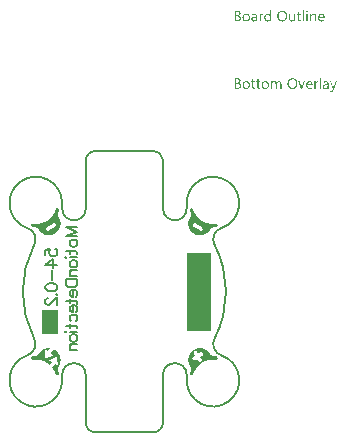
<source format=gbo>
G04*
G04 #@! TF.GenerationSoftware,Altium Limited,Altium Designer,21.8.1 (53)*
G04*
G04 Layer_Color=32896*
%FSAX25Y25*%
%MOIN*%
G70*
G04*
G04 #@! TF.SameCoordinates,3D78823A-5127-4E2D-B847-EBBA5DFBE1E7*
G04*
G04*
G04 #@! TF.FilePolarity,Positive*
G04*
G01*
G75*
%ADD13C,0.00787*%
%ADD55C,0.00630*%
%ADD56R,0.05709X0.07874*%
%ADD57R,0.08465X0.26083*%
G36*
X0060922Y0119764D02*
X0060946D01*
X0061002Y0119739D01*
X0061033Y0119720D01*
X0061064Y0119695D01*
X0061070Y0119689D01*
X0061076Y0119683D01*
X0061107Y0119646D01*
X0061132Y0119584D01*
X0061138Y0119547D01*
X0061145Y0119510D01*
Y0119503D01*
Y0119491D01*
X0061138Y0119473D01*
X0061132Y0119448D01*
X0061114Y0119386D01*
X0061089Y0119355D01*
X0061064Y0119324D01*
X0061058D01*
X0061052Y0119312D01*
X0061014Y0119287D01*
X0060959Y0119262D01*
X0060922Y0119256D01*
X0060884Y0119250D01*
X0060866D01*
X0060847Y0119256D01*
X0060823D01*
X0060761Y0119281D01*
X0060730Y0119293D01*
X0060699Y0119318D01*
Y0119324D01*
X0060686Y0119330D01*
X0060674Y0119349D01*
X0060662Y0119367D01*
X0060637Y0119429D01*
X0060631Y0119466D01*
X0060625Y0119510D01*
Y0119516D01*
Y0119528D01*
X0060631Y0119547D01*
X0060637Y0119578D01*
X0060655Y0119633D01*
X0060674Y0119665D01*
X0060699Y0119695D01*
X0060705Y0119702D01*
X0060711Y0119708D01*
X0060748Y0119733D01*
X0060810Y0119757D01*
X0060847Y0119770D01*
X0060903D01*
X0060922Y0119764D01*
D02*
G37*
G36*
X0048932Y0116099D02*
X0048529D01*
Y0116520D01*
X0048517D01*
Y0116514D01*
X0048504Y0116501D01*
X0048486Y0116477D01*
X0048467Y0116446D01*
X0048436Y0116409D01*
X0048399Y0116371D01*
X0048356Y0116328D01*
X0048307Y0116285D01*
X0048251Y0116235D01*
X0048183Y0116192D01*
X0048115Y0116155D01*
X0048034Y0116118D01*
X0047954Y0116087D01*
X0047861Y0116062D01*
X0047762Y0116050D01*
X0047657Y0116043D01*
X0047613D01*
X0047576Y0116050D01*
X0047539Y0116056D01*
X0047489Y0116062D01*
X0047384Y0116087D01*
X0047260Y0116124D01*
X0047137Y0116186D01*
X0047069Y0116223D01*
X0047013Y0116266D01*
X0046951Y0116322D01*
X0046895Y0116378D01*
Y0116384D01*
X0046883Y0116396D01*
X0046870Y0116415D01*
X0046852Y0116439D01*
X0046833Y0116470D01*
X0046808Y0116514D01*
X0046784Y0116563D01*
X0046759Y0116619D01*
X0046728Y0116681D01*
X0046703Y0116749D01*
X0046679Y0116823D01*
X0046660Y0116904D01*
X0046641Y0116990D01*
X0046629Y0117089D01*
X0046623Y0117189D01*
X0046617Y0117294D01*
Y0117300D01*
Y0117318D01*
Y0117356D01*
X0046623Y0117399D01*
X0046629Y0117448D01*
X0046635Y0117510D01*
X0046641Y0117578D01*
X0046654Y0117653D01*
X0046691Y0117814D01*
X0046747Y0117981D01*
X0046784Y0118061D01*
X0046827Y0118142D01*
X0046870Y0118216D01*
X0046926Y0118290D01*
X0046932Y0118297D01*
X0046938Y0118309D01*
X0046957Y0118327D01*
X0046982Y0118352D01*
X0047013Y0118377D01*
X0047056Y0118408D01*
X0047099Y0118445D01*
X0047149Y0118482D01*
X0047273Y0118550D01*
X0047415Y0118612D01*
X0047496Y0118631D01*
X0047582Y0118649D01*
X0047669Y0118662D01*
X0047768Y0118668D01*
X0047818D01*
X0047855Y0118662D01*
X0047892Y0118656D01*
X0047941Y0118649D01*
X0048053Y0118618D01*
X0048177Y0118569D01*
X0048238Y0118538D01*
X0048300Y0118495D01*
X0048362Y0118451D01*
X0048418Y0118395D01*
X0048467Y0118334D01*
X0048517Y0118259D01*
X0048529D01*
Y0119819D01*
X0048932D01*
Y0116099D01*
D02*
G37*
G36*
X0063200Y0118662D02*
X0063274Y0118656D01*
X0063367Y0118637D01*
X0063466Y0118606D01*
X0063571Y0118556D01*
X0063676Y0118488D01*
X0063720Y0118451D01*
X0063763Y0118402D01*
X0063775Y0118389D01*
X0063800Y0118352D01*
X0063831Y0118290D01*
X0063874Y0118204D01*
X0063911Y0118098D01*
X0063949Y0117968D01*
X0063973Y0117814D01*
X0063980Y0117634D01*
Y0116099D01*
X0063577D01*
Y0117529D01*
Y0117535D01*
Y0117566D01*
X0063571Y0117603D01*
Y0117653D01*
X0063559Y0117715D01*
X0063546Y0117783D01*
X0063528Y0117857D01*
X0063503Y0117931D01*
X0063472Y0118006D01*
X0063435Y0118074D01*
X0063385Y0118142D01*
X0063330Y0118204D01*
X0063268Y0118253D01*
X0063187Y0118290D01*
X0063101Y0118321D01*
X0062995Y0118327D01*
X0062983D01*
X0062946Y0118321D01*
X0062890Y0118315D01*
X0062822Y0118297D01*
X0062742Y0118272D01*
X0062655Y0118228D01*
X0062574Y0118173D01*
X0062494Y0118098D01*
X0062488Y0118086D01*
X0062463Y0118061D01*
X0062432Y0118012D01*
X0062395Y0117944D01*
X0062358Y0117863D01*
X0062327Y0117764D01*
X0062302Y0117653D01*
X0062296Y0117529D01*
Y0116099D01*
X0061893D01*
Y0118612D01*
X0062296D01*
Y0118191D01*
X0062308D01*
X0062314Y0118197D01*
X0062321Y0118210D01*
X0062339Y0118235D01*
X0062364Y0118265D01*
X0062389Y0118303D01*
X0062426Y0118340D01*
X0062469Y0118383D01*
X0062519Y0118433D01*
X0062574Y0118476D01*
X0062636Y0118519D01*
X0062704Y0118556D01*
X0062779Y0118594D01*
X0062853Y0118624D01*
X0062940Y0118649D01*
X0063033Y0118662D01*
X0063131Y0118668D01*
X0063169D01*
X0063200Y0118662D01*
D02*
G37*
G36*
X0046202Y0118649D02*
X0046276Y0118643D01*
X0046319Y0118631D01*
X0046350Y0118618D01*
Y0118204D01*
X0046344Y0118210D01*
X0046332Y0118216D01*
X0046307Y0118228D01*
X0046276Y0118247D01*
X0046233Y0118259D01*
X0046177Y0118272D01*
X0046115Y0118278D01*
X0046047Y0118284D01*
X0046035D01*
X0046004Y0118278D01*
X0045954Y0118272D01*
X0045899Y0118253D01*
X0045824Y0118222D01*
X0045756Y0118179D01*
X0045682Y0118117D01*
X0045614Y0118036D01*
X0045608Y0118024D01*
X0045589Y0117993D01*
X0045558Y0117938D01*
X0045527Y0117863D01*
X0045496Y0117770D01*
X0045465Y0117653D01*
X0045447Y0117523D01*
X0045441Y0117374D01*
Y0116099D01*
X0045038D01*
Y0118612D01*
X0045441D01*
Y0118092D01*
X0045453D01*
Y0118098D01*
X0045459Y0118105D01*
X0045471Y0118135D01*
X0045490Y0118185D01*
X0045521Y0118247D01*
X0045552Y0118309D01*
X0045601Y0118377D01*
X0045651Y0118445D01*
X0045713Y0118507D01*
X0045719Y0118513D01*
X0045744Y0118532D01*
X0045781Y0118556D01*
X0045831Y0118581D01*
X0045886Y0118606D01*
X0045954Y0118631D01*
X0046029Y0118649D01*
X0046109Y0118656D01*
X0046165D01*
X0046202Y0118649D01*
D02*
G37*
G36*
X0056941Y0116099D02*
X0056539D01*
Y0116495D01*
X0056527D01*
Y0116489D01*
X0056514Y0116477D01*
X0056502Y0116452D01*
X0056477Y0116427D01*
X0056422Y0116353D01*
X0056335Y0116272D01*
X0056285Y0116229D01*
X0056230Y0116186D01*
X0056168Y0116149D01*
X0056094Y0116111D01*
X0056019Y0116087D01*
X0055939Y0116062D01*
X0055846Y0116050D01*
X0055753Y0116043D01*
X0055716D01*
X0055673Y0116050D01*
X0055611Y0116062D01*
X0055543Y0116074D01*
X0055468Y0116099D01*
X0055388Y0116130D01*
X0055307Y0116180D01*
X0055221Y0116235D01*
X0055140Y0116303D01*
X0055066Y0116390D01*
X0054998Y0116495D01*
X0054936Y0116613D01*
X0054893Y0116755D01*
X0054868Y0116922D01*
X0054856Y0117009D01*
Y0117108D01*
Y0118612D01*
X0055252D01*
Y0117170D01*
Y0117164D01*
Y0117139D01*
X0055258Y0117096D01*
X0055264Y0117046D01*
X0055270Y0116984D01*
X0055283Y0116922D01*
X0055301Y0116848D01*
X0055326Y0116774D01*
X0055363Y0116700D01*
X0055400Y0116631D01*
X0055450Y0116563D01*
X0055512Y0116501D01*
X0055580Y0116452D01*
X0055660Y0116415D01*
X0055759Y0116384D01*
X0055864Y0116378D01*
X0055877D01*
X0055914Y0116384D01*
X0055970Y0116390D01*
X0056032Y0116402D01*
X0056112Y0116433D01*
X0056192Y0116470D01*
X0056273Y0116520D01*
X0056347Y0116594D01*
X0056353Y0116607D01*
X0056378Y0116631D01*
X0056409Y0116681D01*
X0056446Y0116749D01*
X0056477Y0116829D01*
X0056508Y0116929D01*
X0056533Y0117040D01*
X0056539Y0117164D01*
Y0118612D01*
X0056941D01*
Y0116099D01*
D02*
G37*
G36*
X0061076D02*
X0060674D01*
Y0118612D01*
X0061076D01*
Y0116099D01*
D02*
G37*
G36*
X0059857D02*
X0059455D01*
Y0119819D01*
X0059857D01*
Y0116099D01*
D02*
G37*
G36*
X0043478Y0118662D02*
X0043534Y0118656D01*
X0043602Y0118637D01*
X0043676Y0118618D01*
X0043757Y0118587D01*
X0043843Y0118550D01*
X0043924Y0118501D01*
X0044004Y0118439D01*
X0044079Y0118365D01*
X0044147Y0118272D01*
X0044203Y0118166D01*
X0044246Y0118043D01*
X0044271Y0117900D01*
X0044283Y0117733D01*
Y0116099D01*
X0043881D01*
Y0116489D01*
X0043868D01*
Y0116483D01*
X0043856Y0116470D01*
X0043843Y0116446D01*
X0043819Y0116421D01*
X0043757Y0116347D01*
X0043676Y0116266D01*
X0043565Y0116186D01*
X0043435Y0116111D01*
X0043354Y0116087D01*
X0043274Y0116062D01*
X0043187Y0116050D01*
X0043095Y0116043D01*
X0043057D01*
X0043033Y0116050D01*
X0042965Y0116056D01*
X0042884Y0116068D01*
X0042785Y0116093D01*
X0042692Y0116124D01*
X0042593Y0116173D01*
X0042506Y0116235D01*
X0042500Y0116248D01*
X0042476Y0116272D01*
X0042438Y0116316D01*
X0042401Y0116378D01*
X0042364Y0116452D01*
X0042327Y0116539D01*
X0042302Y0116644D01*
X0042296Y0116761D01*
Y0116768D01*
Y0116792D01*
X0042302Y0116829D01*
X0042308Y0116873D01*
X0042321Y0116929D01*
X0042339Y0116990D01*
X0042364Y0117059D01*
X0042401Y0117127D01*
X0042445Y0117201D01*
X0042500Y0117275D01*
X0042568Y0117343D01*
X0042649Y0117405D01*
X0042742Y0117467D01*
X0042853Y0117517D01*
X0042977Y0117554D01*
X0043125Y0117585D01*
X0043881Y0117690D01*
Y0117696D01*
Y0117715D01*
X0043874Y0117752D01*
Y0117789D01*
X0043862Y0117838D01*
X0043856Y0117894D01*
X0043819Y0118012D01*
X0043788Y0118068D01*
X0043757Y0118123D01*
X0043714Y0118179D01*
X0043664Y0118228D01*
X0043602Y0118272D01*
X0043534Y0118303D01*
X0043453Y0118321D01*
X0043361Y0118327D01*
X0043317D01*
X0043286Y0118321D01*
X0043243D01*
X0043200Y0118309D01*
X0043088Y0118290D01*
X0042965Y0118253D01*
X0042828Y0118197D01*
X0042754Y0118160D01*
X0042686Y0118123D01*
X0042612Y0118074D01*
X0042544Y0118018D01*
Y0118433D01*
X0042550D01*
X0042562Y0118445D01*
X0042581Y0118457D01*
X0042612Y0118470D01*
X0042643Y0118488D01*
X0042686Y0118507D01*
X0042735Y0118526D01*
X0042791Y0118550D01*
X0042915Y0118594D01*
X0043064Y0118631D01*
X0043224Y0118656D01*
X0043398Y0118668D01*
X0043435D01*
X0043478Y0118662D01*
D02*
G37*
G36*
X0037790Y0119609D02*
X0037833D01*
X0037876Y0119603D01*
X0037975Y0119590D01*
X0038093Y0119559D01*
X0038217Y0119522D01*
X0038334Y0119466D01*
X0038440Y0119392D01*
X0038446D01*
X0038452Y0119380D01*
X0038483Y0119355D01*
X0038526Y0119305D01*
X0038576Y0119237D01*
X0038619Y0119151D01*
X0038662Y0119052D01*
X0038693Y0118940D01*
X0038706Y0118878D01*
Y0118810D01*
Y0118804D01*
Y0118798D01*
Y0118761D01*
X0038700Y0118705D01*
X0038687Y0118637D01*
X0038669Y0118550D01*
X0038638Y0118464D01*
X0038601Y0118377D01*
X0038545Y0118290D01*
X0038539Y0118278D01*
X0038514Y0118253D01*
X0038477Y0118216D01*
X0038427Y0118166D01*
X0038365Y0118117D01*
X0038291Y0118061D01*
X0038198Y0118018D01*
X0038099Y0117975D01*
Y0117968D01*
X0038118D01*
X0038136Y0117962D01*
X0038155Y0117956D01*
X0038223Y0117944D01*
X0038303Y0117919D01*
X0038390Y0117882D01*
X0038483Y0117838D01*
X0038576Y0117777D01*
X0038662Y0117696D01*
X0038675Y0117684D01*
X0038700Y0117653D01*
X0038730Y0117609D01*
X0038774Y0117541D01*
X0038811Y0117455D01*
X0038848Y0117356D01*
X0038873Y0117238D01*
X0038879Y0117108D01*
Y0117102D01*
Y0117089D01*
Y0117065D01*
X0038873Y0117034D01*
X0038867Y0116997D01*
X0038860Y0116953D01*
X0038836Y0116848D01*
X0038799Y0116730D01*
X0038743Y0116607D01*
X0038706Y0116551D01*
X0038662Y0116489D01*
X0038607Y0116433D01*
X0038551Y0116378D01*
X0038545D01*
X0038539Y0116365D01*
X0038520Y0116353D01*
X0038495Y0116334D01*
X0038464Y0116316D01*
X0038421Y0116291D01*
X0038328Y0116241D01*
X0038211Y0116186D01*
X0038074Y0116142D01*
X0037914Y0116111D01*
X0037833Y0116105D01*
X0037740Y0116099D01*
X0036713D01*
Y0119615D01*
X0037759D01*
X0037790Y0119609D01*
D02*
G37*
G36*
X0058285Y0118612D02*
X0058922D01*
Y0118265D01*
X0058285D01*
Y0116848D01*
Y0116836D01*
Y0116805D01*
X0058291Y0116761D01*
X0058297Y0116706D01*
X0058322Y0116588D01*
X0058340Y0116532D01*
X0058371Y0116489D01*
X0058378Y0116483D01*
X0058390Y0116470D01*
X0058408Y0116458D01*
X0058439Y0116439D01*
X0058477Y0116415D01*
X0058526Y0116402D01*
X0058588Y0116390D01*
X0058656Y0116384D01*
X0058681D01*
X0058712Y0116390D01*
X0058749Y0116396D01*
X0058836Y0116421D01*
X0058879Y0116439D01*
X0058922Y0116464D01*
Y0116118D01*
X0058916D01*
X0058898Y0116105D01*
X0058867Y0116099D01*
X0058823Y0116087D01*
X0058768Y0116074D01*
X0058706Y0116062D01*
X0058631Y0116056D01*
X0058545Y0116050D01*
X0058514D01*
X0058483Y0116056D01*
X0058439Y0116062D01*
X0058390Y0116074D01*
X0058334Y0116087D01*
X0058279Y0116111D01*
X0058217Y0116142D01*
X0058155Y0116180D01*
X0058093Y0116229D01*
X0058037Y0116285D01*
X0057988Y0116359D01*
X0057944Y0116439D01*
X0057913Y0116539D01*
X0057889Y0116650D01*
X0057882Y0116780D01*
Y0118265D01*
X0057455D01*
Y0118612D01*
X0057882D01*
Y0119225D01*
X0058285Y0119355D01*
Y0118612D01*
D02*
G37*
G36*
X0065812Y0118662D02*
X0065855Y0118656D01*
X0065898Y0118649D01*
X0066010Y0118631D01*
X0066134Y0118587D01*
X0066258Y0118532D01*
X0066319Y0118495D01*
X0066381Y0118451D01*
X0066437Y0118402D01*
X0066493Y0118346D01*
X0066499Y0118340D01*
X0066505Y0118334D01*
X0066517Y0118315D01*
X0066536Y0118290D01*
X0066555Y0118253D01*
X0066579Y0118216D01*
X0066604Y0118173D01*
X0066629Y0118117D01*
X0066654Y0118055D01*
X0066678Y0117993D01*
X0066703Y0117919D01*
X0066722Y0117838D01*
X0066740Y0117752D01*
X0066753Y0117665D01*
X0066765Y0117566D01*
Y0117461D01*
Y0117250D01*
X0064988D01*
Y0117244D01*
Y0117232D01*
Y0117213D01*
X0064995Y0117182D01*
X0065001Y0117145D01*
Y0117108D01*
X0065020Y0117009D01*
X0065050Y0116910D01*
X0065087Y0116798D01*
X0065143Y0116693D01*
X0065211Y0116600D01*
X0065224Y0116588D01*
X0065249Y0116563D01*
X0065298Y0116532D01*
X0065366Y0116489D01*
X0065453Y0116446D01*
X0065552Y0116415D01*
X0065669Y0116390D01*
X0065806Y0116378D01*
X0065849D01*
X0065880Y0116384D01*
X0065917D01*
X0065960Y0116390D01*
X0066066Y0116415D01*
X0066183Y0116446D01*
X0066313Y0116495D01*
X0066449Y0116563D01*
X0066517Y0116607D01*
X0066585Y0116656D01*
Y0116279D01*
X0066579D01*
X0066573Y0116266D01*
X0066555Y0116260D01*
X0066524Y0116241D01*
X0066493Y0116223D01*
X0066456Y0116204D01*
X0066406Y0116186D01*
X0066356Y0116161D01*
X0066295Y0116136D01*
X0066227Y0116118D01*
X0066078Y0116080D01*
X0065905Y0116056D01*
X0065713Y0116043D01*
X0065663D01*
X0065626Y0116050D01*
X0065583Y0116056D01*
X0065527Y0116062D01*
X0065409Y0116087D01*
X0065273Y0116124D01*
X0065137Y0116186D01*
X0065069Y0116229D01*
X0065001Y0116272D01*
X0064939Y0116322D01*
X0064877Y0116384D01*
X0064871Y0116390D01*
X0064865Y0116402D01*
X0064852Y0116421D01*
X0064828Y0116446D01*
X0064809Y0116483D01*
X0064784Y0116526D01*
X0064753Y0116576D01*
X0064728Y0116631D01*
X0064698Y0116693D01*
X0064673Y0116768D01*
X0064642Y0116848D01*
X0064623Y0116935D01*
X0064605Y0117027D01*
X0064586Y0117127D01*
X0064580Y0117232D01*
X0064574Y0117343D01*
Y0117349D01*
Y0117368D01*
Y0117399D01*
X0064580Y0117442D01*
X0064586Y0117492D01*
X0064592Y0117548D01*
X0064599Y0117616D01*
X0064617Y0117684D01*
X0064654Y0117832D01*
X0064710Y0117993D01*
X0064747Y0118074D01*
X0064797Y0118148D01*
X0064846Y0118228D01*
X0064902Y0118297D01*
X0064908Y0118303D01*
X0064920Y0118315D01*
X0064939Y0118334D01*
X0064964Y0118352D01*
X0064995Y0118383D01*
X0065032Y0118414D01*
X0065081Y0118445D01*
X0065131Y0118482D01*
X0065249Y0118550D01*
X0065391Y0118612D01*
X0065471Y0118631D01*
X0065552Y0118649D01*
X0065639Y0118662D01*
X0065731Y0118668D01*
X0065781D01*
X0065812Y0118662D01*
D02*
G37*
G36*
X0052769Y0119671D02*
X0052831Y0119665D01*
X0052906Y0119652D01*
X0052986Y0119633D01*
X0053073Y0119615D01*
X0053159Y0119590D01*
X0053259Y0119559D01*
X0053351Y0119516D01*
X0053450Y0119466D01*
X0053549Y0119411D01*
X0053642Y0119343D01*
X0053735Y0119268D01*
X0053822Y0119182D01*
X0053828Y0119176D01*
X0053840Y0119157D01*
X0053865Y0119132D01*
X0053890Y0119095D01*
X0053927Y0119045D01*
X0053964Y0118984D01*
X0054001Y0118915D01*
X0054045Y0118841D01*
X0054088Y0118748D01*
X0054125Y0118656D01*
X0054162Y0118550D01*
X0054199Y0118433D01*
X0054224Y0118315D01*
X0054249Y0118185D01*
X0054261Y0118043D01*
X0054267Y0117900D01*
Y0117888D01*
Y0117863D01*
Y0117820D01*
X0054261Y0117758D01*
X0054255Y0117684D01*
X0054243Y0117603D01*
X0054230Y0117510D01*
X0054212Y0117405D01*
X0054187Y0117300D01*
X0054156Y0117189D01*
X0054119Y0117077D01*
X0054075Y0116966D01*
X0054020Y0116848D01*
X0053958Y0116743D01*
X0053890Y0116638D01*
X0053809Y0116539D01*
X0053803Y0116532D01*
X0053791Y0116520D01*
X0053760Y0116495D01*
X0053729Y0116464D01*
X0053679Y0116421D01*
X0053624Y0116384D01*
X0053562Y0116334D01*
X0053487Y0116291D01*
X0053407Y0116248D01*
X0053314Y0116198D01*
X0053215Y0116161D01*
X0053104Y0116124D01*
X0052986Y0116087D01*
X0052862Y0116062D01*
X0052732Y0116050D01*
X0052590Y0116043D01*
X0052559D01*
X0052516Y0116050D01*
X0052466D01*
X0052404Y0116056D01*
X0052330Y0116068D01*
X0052249Y0116087D01*
X0052157Y0116105D01*
X0052064Y0116130D01*
X0051965Y0116161D01*
X0051866Y0116204D01*
X0051767Y0116248D01*
X0051668Y0116303D01*
X0051569Y0116371D01*
X0051476Y0116446D01*
X0051389Y0116532D01*
X0051383Y0116539D01*
X0051371Y0116557D01*
X0051346Y0116582D01*
X0051321Y0116619D01*
X0051284Y0116668D01*
X0051247Y0116730D01*
X0051210Y0116798D01*
X0051166Y0116879D01*
X0051123Y0116966D01*
X0051086Y0117059D01*
X0051049Y0117164D01*
X0051012Y0117281D01*
X0050987Y0117399D01*
X0050962Y0117529D01*
X0050950Y0117671D01*
X0050943Y0117814D01*
Y0117826D01*
Y0117851D01*
X0050950Y0117894D01*
Y0117956D01*
X0050956Y0118024D01*
X0050968Y0118111D01*
X0050981Y0118204D01*
X0050999Y0118303D01*
X0051024Y0118408D01*
X0051055Y0118519D01*
X0051092Y0118631D01*
X0051135Y0118742D01*
X0051191Y0118854D01*
X0051253Y0118965D01*
X0051321Y0119070D01*
X0051402Y0119169D01*
X0051408Y0119176D01*
X0051420Y0119194D01*
X0051451Y0119219D01*
X0051488Y0119250D01*
X0051531Y0119287D01*
X0051587Y0119330D01*
X0051655Y0119374D01*
X0051730Y0119423D01*
X0051816Y0119473D01*
X0051909Y0119516D01*
X0052008Y0119559D01*
X0052119Y0119596D01*
X0052243Y0119627D01*
X0052373Y0119658D01*
X0052509Y0119671D01*
X0052652Y0119677D01*
X0052720D01*
X0052769Y0119671D01*
D02*
G37*
G36*
X0040742Y0118662D02*
X0040786Y0118656D01*
X0040841Y0118649D01*
X0040965Y0118624D01*
X0041107Y0118581D01*
X0041250Y0118519D01*
X0041324Y0118482D01*
X0041392Y0118439D01*
X0041460Y0118383D01*
X0041522Y0118321D01*
X0041528Y0118315D01*
X0041535Y0118303D01*
X0041553Y0118284D01*
X0041572Y0118259D01*
X0041596Y0118222D01*
X0041621Y0118179D01*
X0041652Y0118129D01*
X0041683Y0118074D01*
X0041708Y0118006D01*
X0041739Y0117938D01*
X0041764Y0117857D01*
X0041788Y0117770D01*
X0041807Y0117677D01*
X0041826Y0117578D01*
X0041832Y0117473D01*
X0041838Y0117362D01*
Y0117356D01*
Y0117337D01*
Y0117306D01*
X0041832Y0117263D01*
X0041826Y0117213D01*
X0041819Y0117151D01*
X0041807Y0117089D01*
X0041795Y0117015D01*
X0041757Y0116867D01*
X0041695Y0116706D01*
X0041658Y0116625D01*
X0041609Y0116545D01*
X0041559Y0116470D01*
X0041497Y0116402D01*
X0041491Y0116396D01*
X0041479Y0116390D01*
X0041460Y0116371D01*
X0041436Y0116347D01*
X0041398Y0116322D01*
X0041361Y0116291D01*
X0041312Y0116254D01*
X0041256Y0116223D01*
X0041194Y0116192D01*
X0041126Y0116155D01*
X0041052Y0116124D01*
X0040971Y0116099D01*
X0040885Y0116074D01*
X0040792Y0116062D01*
X0040693Y0116050D01*
X0040587Y0116043D01*
X0040532D01*
X0040495Y0116050D01*
X0040451Y0116056D01*
X0040396Y0116062D01*
X0040334Y0116074D01*
X0040266Y0116087D01*
X0040123Y0116130D01*
X0039975Y0116192D01*
X0039900Y0116229D01*
X0039832Y0116279D01*
X0039764Y0116328D01*
X0039696Y0116390D01*
X0039690Y0116396D01*
X0039684Y0116409D01*
X0039665Y0116427D01*
X0039647Y0116452D01*
X0039622Y0116489D01*
X0039591Y0116532D01*
X0039560Y0116582D01*
X0039535Y0116638D01*
X0039504Y0116706D01*
X0039473Y0116774D01*
X0039442Y0116848D01*
X0039418Y0116935D01*
X0039380Y0117120D01*
X0039374Y0117219D01*
X0039368Y0117325D01*
Y0117331D01*
Y0117356D01*
Y0117387D01*
X0039374Y0117430D01*
X0039380Y0117479D01*
X0039387Y0117541D01*
X0039399Y0117609D01*
X0039411Y0117684D01*
X0039449Y0117845D01*
X0039511Y0118006D01*
X0039554Y0118086D01*
X0039597Y0118166D01*
X0039647Y0118241D01*
X0039709Y0118309D01*
X0039715Y0118315D01*
X0039727Y0118327D01*
X0039746Y0118340D01*
X0039770Y0118365D01*
X0039808Y0118389D01*
X0039851Y0118420D01*
X0039900Y0118457D01*
X0039956Y0118488D01*
X0040018Y0118519D01*
X0040092Y0118556D01*
X0040167Y0118587D01*
X0040253Y0118612D01*
X0040340Y0118637D01*
X0040439Y0118656D01*
X0040544Y0118662D01*
X0040649Y0118668D01*
X0040705D01*
X0040742Y0118662D01*
D02*
G37*
G36*
X0051649Y0096166D02*
X0051705Y0096154D01*
X0051767Y0096141D01*
X0051835Y0096117D01*
X0051915Y0096086D01*
X0051990Y0096042D01*
X0052070Y0095993D01*
X0052144Y0095925D01*
X0052212Y0095838D01*
X0052274Y0095739D01*
X0052330Y0095628D01*
X0052367Y0095485D01*
X0052398Y0095331D01*
X0052404Y0095151D01*
Y0093604D01*
X0052002D01*
Y0095046D01*
Y0095052D01*
Y0095064D01*
Y0095083D01*
Y0095114D01*
X0051996Y0095188D01*
X0051983Y0095275D01*
X0051971Y0095374D01*
X0051946Y0095473D01*
X0051915Y0095566D01*
X0051872Y0095646D01*
X0051866Y0095652D01*
X0051847Y0095677D01*
X0051816Y0095708D01*
X0051767Y0095739D01*
X0051711Y0095776D01*
X0051637Y0095801D01*
X0051544Y0095826D01*
X0051439Y0095832D01*
X0051426D01*
X0051395Y0095826D01*
X0051346Y0095820D01*
X0051284Y0095801D01*
X0051216Y0095776D01*
X0051142Y0095733D01*
X0051067Y0095677D01*
X0050999Y0095597D01*
X0050993Y0095584D01*
X0050974Y0095553D01*
X0050943Y0095504D01*
X0050912Y0095436D01*
X0050875Y0095355D01*
X0050850Y0095262D01*
X0050826Y0095151D01*
X0050820Y0095034D01*
Y0093604D01*
X0050417D01*
Y0095095D01*
Y0095101D01*
Y0095126D01*
X0050411Y0095163D01*
Y0095213D01*
X0050399Y0095269D01*
X0050386Y0095331D01*
X0050368Y0095393D01*
X0050349Y0095467D01*
X0050318Y0095535D01*
X0050281Y0095597D01*
X0050231Y0095659D01*
X0050176Y0095714D01*
X0050114Y0095764D01*
X0050033Y0095801D01*
X0049947Y0095826D01*
X0049848Y0095832D01*
X0049835D01*
X0049804Y0095826D01*
X0049755Y0095820D01*
X0049693Y0095807D01*
X0049625Y0095776D01*
X0049551Y0095739D01*
X0049476Y0095683D01*
X0049408Y0095609D01*
X0049402Y0095597D01*
X0049384Y0095572D01*
X0049353Y0095522D01*
X0049322Y0095454D01*
X0049291Y0095374D01*
X0049260Y0095275D01*
X0049241Y0095163D01*
X0049235Y0095034D01*
Y0093604D01*
X0048833D01*
Y0096117D01*
X0049235D01*
Y0095714D01*
X0049247D01*
X0049253Y0095720D01*
X0049260Y0095733D01*
X0049278Y0095758D01*
X0049297Y0095789D01*
X0049359Y0095857D01*
X0049445Y0095943D01*
X0049557Y0096030D01*
X0049687Y0096098D01*
X0049767Y0096129D01*
X0049848Y0096154D01*
X0049934Y0096166D01*
X0050027Y0096172D01*
X0050071D01*
X0050120Y0096166D01*
X0050182Y0096154D01*
X0050250Y0096135D01*
X0050324Y0096110D01*
X0050399Y0096080D01*
X0050473Y0096030D01*
X0050479Y0096024D01*
X0050504Y0096005D01*
X0050535Y0095974D01*
X0050578Y0095931D01*
X0050621Y0095875D01*
X0050665Y0095813D01*
X0050708Y0095739D01*
X0050739Y0095652D01*
X0050745Y0095659D01*
X0050752Y0095677D01*
X0050770Y0095702D01*
X0050789Y0095733D01*
X0050820Y0095776D01*
X0050857Y0095820D01*
X0050900Y0095863D01*
X0050950Y0095912D01*
X0051005Y0095962D01*
X0051067Y0096005D01*
X0051135Y0096055D01*
X0051210Y0096092D01*
X0051290Y0096123D01*
X0051377Y0096148D01*
X0051476Y0096166D01*
X0051575Y0096172D01*
X0051612D01*
X0051649Y0096166D01*
D02*
G37*
G36*
X0064524Y0096154D02*
X0064599Y0096148D01*
X0064642Y0096135D01*
X0064673Y0096123D01*
Y0095708D01*
X0064667Y0095714D01*
X0064654Y0095720D01*
X0064630Y0095733D01*
X0064599Y0095752D01*
X0064555Y0095764D01*
X0064499Y0095776D01*
X0064438Y0095782D01*
X0064369Y0095789D01*
X0064357D01*
X0064326Y0095782D01*
X0064277Y0095776D01*
X0064221Y0095758D01*
X0064147Y0095727D01*
X0064079Y0095683D01*
X0064004Y0095622D01*
X0063936Y0095541D01*
X0063930Y0095529D01*
X0063911Y0095498D01*
X0063880Y0095442D01*
X0063850Y0095368D01*
X0063819Y0095275D01*
X0063788Y0095157D01*
X0063769Y0095027D01*
X0063763Y0094879D01*
Y0093604D01*
X0063361D01*
Y0096117D01*
X0063763D01*
Y0095597D01*
X0063775D01*
Y0095603D01*
X0063781Y0095609D01*
X0063794Y0095640D01*
X0063812Y0095690D01*
X0063843Y0095752D01*
X0063874Y0095813D01*
X0063924Y0095881D01*
X0063973Y0095950D01*
X0064035Y0096012D01*
X0064041Y0096018D01*
X0064066Y0096036D01*
X0064103Y0096061D01*
X0064153Y0096086D01*
X0064209Y0096110D01*
X0064277Y0096135D01*
X0064351Y0096154D01*
X0064431Y0096160D01*
X0064487D01*
X0064524Y0096154D01*
D02*
G37*
G36*
X0069730Y0093201D02*
X0069724Y0093195D01*
X0069718Y0093170D01*
X0069699Y0093127D01*
X0069674Y0093077D01*
X0069643Y0093022D01*
X0069600Y0092954D01*
X0069557Y0092886D01*
X0069507Y0092811D01*
X0069445Y0092737D01*
X0069383Y0092669D01*
X0069309Y0092601D01*
X0069229Y0092545D01*
X0069148Y0092496D01*
X0069055Y0092452D01*
X0068963Y0092427D01*
X0068857Y0092421D01*
X0068801D01*
X0068764Y0092427D01*
X0068684Y0092440D01*
X0068597Y0092458D01*
Y0092817D01*
X0068603D01*
X0068622Y0092811D01*
X0068647Y0092805D01*
X0068678Y0092799D01*
X0068752Y0092780D01*
X0068832Y0092774D01*
X0068845D01*
X0068882Y0092780D01*
X0068938Y0092793D01*
X0069006Y0092817D01*
X0069080Y0092861D01*
X0069117Y0092892D01*
X0069154Y0092929D01*
X0069191Y0092966D01*
X0069229Y0093015D01*
X0069260Y0093071D01*
X0069291Y0093133D01*
X0069495Y0093604D01*
X0068511Y0096117D01*
X0068956D01*
X0069637Y0094179D01*
Y0094173D01*
X0069643Y0094161D01*
X0069650Y0094142D01*
X0069656Y0094117D01*
X0069662Y0094080D01*
X0069674Y0094043D01*
X0069687Y0093987D01*
X0069705D01*
Y0094000D01*
X0069718Y0094037D01*
X0069730Y0094093D01*
X0069755Y0094173D01*
X0070467Y0096117D01*
X0070881D01*
X0069730Y0093201D01*
D02*
G37*
G36*
X0059300Y0093604D02*
X0058904D01*
X0057951Y0096117D01*
X0058390D01*
X0059034Y0094291D01*
X0059040Y0094284D01*
X0059046Y0094260D01*
X0059058Y0094216D01*
X0059071Y0094173D01*
X0059083Y0094117D01*
X0059102Y0094055D01*
X0059120Y0093938D01*
X0059127D01*
Y0093944D01*
X0059133Y0093969D01*
X0059139Y0094006D01*
X0059145Y0094049D01*
X0059158Y0094105D01*
X0059170Y0094161D01*
X0059207Y0094278D01*
X0059876Y0096117D01*
X0060296D01*
X0059300Y0093604D01*
D02*
G37*
G36*
X0067322Y0096166D02*
X0067378Y0096160D01*
X0067446Y0096141D01*
X0067520Y0096123D01*
X0067601Y0096092D01*
X0067687Y0096055D01*
X0067768Y0096005D01*
X0067848Y0095943D01*
X0067923Y0095869D01*
X0067991Y0095776D01*
X0068046Y0095671D01*
X0068090Y0095547D01*
X0068115Y0095405D01*
X0068127Y0095238D01*
Y0093604D01*
X0067725D01*
Y0093994D01*
X0067712D01*
Y0093987D01*
X0067700Y0093975D01*
X0067687Y0093950D01*
X0067663Y0093925D01*
X0067601Y0093851D01*
X0067520Y0093771D01*
X0067409Y0093690D01*
X0067279Y0093616D01*
X0067198Y0093591D01*
X0067118Y0093566D01*
X0067031Y0093554D01*
X0066938Y0093548D01*
X0066901D01*
X0066877Y0093554D01*
X0066808Y0093560D01*
X0066728Y0093573D01*
X0066629Y0093597D01*
X0066536Y0093628D01*
X0066437Y0093678D01*
X0066350Y0093740D01*
X0066344Y0093752D01*
X0066319Y0093777D01*
X0066282Y0093820D01*
X0066245Y0093882D01*
X0066208Y0093956D01*
X0066171Y0094043D01*
X0066146Y0094148D01*
X0066140Y0094266D01*
Y0094272D01*
Y0094297D01*
X0066146Y0094334D01*
X0066152Y0094377D01*
X0066165Y0094433D01*
X0066183Y0094495D01*
X0066208Y0094563D01*
X0066245Y0094631D01*
X0066288Y0094705D01*
X0066344Y0094780D01*
X0066412Y0094848D01*
X0066493Y0094910D01*
X0066585Y0094972D01*
X0066697Y0095021D01*
X0066821Y0095058D01*
X0066969Y0095089D01*
X0067725Y0095194D01*
Y0095201D01*
Y0095219D01*
X0067718Y0095256D01*
Y0095293D01*
X0067706Y0095343D01*
X0067700Y0095399D01*
X0067663Y0095516D01*
X0067632Y0095572D01*
X0067601Y0095628D01*
X0067557Y0095683D01*
X0067508Y0095733D01*
X0067446Y0095776D01*
X0067378Y0095807D01*
X0067297Y0095826D01*
X0067204Y0095832D01*
X0067161D01*
X0067130Y0095826D01*
X0067087D01*
X0067044Y0095813D01*
X0066932Y0095795D01*
X0066808Y0095758D01*
X0066672Y0095702D01*
X0066598Y0095665D01*
X0066530Y0095628D01*
X0066456Y0095578D01*
X0066387Y0095522D01*
Y0095937D01*
X0066394D01*
X0066406Y0095950D01*
X0066425Y0095962D01*
X0066456Y0095974D01*
X0066487Y0095993D01*
X0066530Y0096012D01*
X0066579Y0096030D01*
X0066635Y0096055D01*
X0066759Y0096098D01*
X0066907Y0096135D01*
X0067068Y0096160D01*
X0067242Y0096172D01*
X0067279D01*
X0067322Y0096166D01*
D02*
G37*
G36*
X0065509Y0093604D02*
X0065106D01*
Y0097324D01*
X0065509D01*
Y0093604D01*
D02*
G37*
G36*
X0037790Y0097113D02*
X0037833D01*
X0037876Y0097107D01*
X0037975Y0097095D01*
X0038093Y0097064D01*
X0038217Y0097027D01*
X0038334Y0096971D01*
X0038440Y0096897D01*
X0038446D01*
X0038452Y0096884D01*
X0038483Y0096860D01*
X0038526Y0096810D01*
X0038576Y0096742D01*
X0038619Y0096655D01*
X0038662Y0096556D01*
X0038693Y0096445D01*
X0038706Y0096383D01*
Y0096315D01*
Y0096309D01*
Y0096302D01*
Y0096265D01*
X0038700Y0096210D01*
X0038687Y0096141D01*
X0038669Y0096055D01*
X0038638Y0095968D01*
X0038601Y0095881D01*
X0038545Y0095795D01*
X0038539Y0095782D01*
X0038514Y0095758D01*
X0038477Y0095720D01*
X0038427Y0095671D01*
X0038365Y0095622D01*
X0038291Y0095566D01*
X0038198Y0095522D01*
X0038099Y0095479D01*
Y0095473D01*
X0038118D01*
X0038136Y0095467D01*
X0038155Y0095461D01*
X0038223Y0095448D01*
X0038303Y0095423D01*
X0038390Y0095386D01*
X0038483Y0095343D01*
X0038576Y0095281D01*
X0038662Y0095201D01*
X0038675Y0095188D01*
X0038700Y0095157D01*
X0038730Y0095114D01*
X0038774Y0095046D01*
X0038811Y0094959D01*
X0038848Y0094860D01*
X0038873Y0094743D01*
X0038879Y0094612D01*
Y0094606D01*
Y0094594D01*
Y0094569D01*
X0038873Y0094538D01*
X0038867Y0094501D01*
X0038860Y0094458D01*
X0038836Y0094353D01*
X0038799Y0094235D01*
X0038743Y0094111D01*
X0038706Y0094055D01*
X0038662Y0093994D01*
X0038607Y0093938D01*
X0038551Y0093882D01*
X0038545D01*
X0038539Y0093870D01*
X0038520Y0093857D01*
X0038495Y0093839D01*
X0038464Y0093820D01*
X0038421Y0093796D01*
X0038328Y0093746D01*
X0038211Y0093690D01*
X0038074Y0093647D01*
X0037914Y0093616D01*
X0037833Y0093610D01*
X0037740Y0093604D01*
X0036713D01*
Y0097119D01*
X0037759D01*
X0037790Y0097113D01*
D02*
G37*
G36*
X0044716Y0096117D02*
X0045354D01*
Y0095770D01*
X0044716D01*
Y0094353D01*
Y0094340D01*
Y0094309D01*
X0044722Y0094266D01*
X0044729Y0094210D01*
X0044753Y0094093D01*
X0044772Y0094037D01*
X0044803Y0093994D01*
X0044809Y0093987D01*
X0044822Y0093975D01*
X0044840Y0093963D01*
X0044871Y0093944D01*
X0044908Y0093919D01*
X0044958Y0093907D01*
X0045020Y0093894D01*
X0045088Y0093888D01*
X0045112D01*
X0045143Y0093894D01*
X0045180Y0093901D01*
X0045267Y0093925D01*
X0045311Y0093944D01*
X0045354Y0093969D01*
Y0093622D01*
X0045348D01*
X0045329Y0093610D01*
X0045298Y0093604D01*
X0045255Y0093591D01*
X0045199Y0093579D01*
X0045137Y0093566D01*
X0045063Y0093560D01*
X0044976Y0093554D01*
X0044945D01*
X0044914Y0093560D01*
X0044871Y0093566D01*
X0044822Y0093579D01*
X0044766Y0093591D01*
X0044710Y0093616D01*
X0044648Y0093647D01*
X0044586Y0093684D01*
X0044524Y0093734D01*
X0044469Y0093789D01*
X0044419Y0093863D01*
X0044376Y0093944D01*
X0044345Y0094043D01*
X0044320Y0094155D01*
X0044314Y0094284D01*
Y0095770D01*
X0043887D01*
Y0096117D01*
X0044314D01*
Y0096729D01*
X0044716Y0096860D01*
Y0096117D01*
D02*
G37*
G36*
X0043014D02*
X0043652D01*
Y0095770D01*
X0043014D01*
Y0094353D01*
Y0094340D01*
Y0094309D01*
X0043020Y0094266D01*
X0043026Y0094210D01*
X0043051Y0094093D01*
X0043070Y0094037D01*
X0043101Y0093994D01*
X0043107Y0093987D01*
X0043119Y0093975D01*
X0043138Y0093963D01*
X0043169Y0093944D01*
X0043206Y0093919D01*
X0043255Y0093907D01*
X0043317Y0093894D01*
X0043385Y0093888D01*
X0043410D01*
X0043441Y0093894D01*
X0043478Y0093901D01*
X0043565Y0093925D01*
X0043608Y0093944D01*
X0043652Y0093969D01*
Y0093622D01*
X0043645D01*
X0043627Y0093610D01*
X0043596Y0093604D01*
X0043553Y0093591D01*
X0043497Y0093579D01*
X0043435Y0093566D01*
X0043361Y0093560D01*
X0043274Y0093554D01*
X0043243D01*
X0043212Y0093560D01*
X0043169Y0093566D01*
X0043119Y0093579D01*
X0043064Y0093591D01*
X0043008Y0093616D01*
X0042946Y0093647D01*
X0042884Y0093684D01*
X0042822Y0093734D01*
X0042766Y0093789D01*
X0042717Y0093863D01*
X0042674Y0093944D01*
X0042643Y0094043D01*
X0042618Y0094155D01*
X0042612Y0094284D01*
Y0095770D01*
X0042185D01*
Y0096117D01*
X0042612D01*
Y0096729D01*
X0043014Y0096860D01*
Y0096117D01*
D02*
G37*
G36*
X0061801Y0096166D02*
X0061844Y0096160D01*
X0061887Y0096154D01*
X0061999Y0096135D01*
X0062122Y0096092D01*
X0062246Y0096036D01*
X0062308Y0095999D01*
X0062370Y0095956D01*
X0062426Y0095906D01*
X0062482Y0095850D01*
X0062488Y0095844D01*
X0062494Y0095838D01*
X0062506Y0095820D01*
X0062525Y0095795D01*
X0062543Y0095758D01*
X0062568Y0095720D01*
X0062593Y0095677D01*
X0062618Y0095622D01*
X0062643Y0095560D01*
X0062667Y0095498D01*
X0062692Y0095423D01*
X0062711Y0095343D01*
X0062729Y0095256D01*
X0062742Y0095170D01*
X0062754Y0095071D01*
Y0094965D01*
Y0094755D01*
X0060977D01*
Y0094749D01*
Y0094736D01*
Y0094718D01*
X0060984Y0094687D01*
X0060990Y0094650D01*
Y0094612D01*
X0061008Y0094513D01*
X0061039Y0094414D01*
X0061076Y0094303D01*
X0061132Y0094198D01*
X0061200Y0094105D01*
X0061213Y0094093D01*
X0061237Y0094068D01*
X0061287Y0094037D01*
X0061355Y0093994D01*
X0061442Y0093950D01*
X0061541Y0093919D01*
X0061658Y0093894D01*
X0061795Y0093882D01*
X0061838D01*
X0061869Y0093888D01*
X0061906D01*
X0061949Y0093894D01*
X0062054Y0093919D01*
X0062172Y0093950D01*
X0062302Y0094000D01*
X0062438Y0094068D01*
X0062506Y0094111D01*
X0062574Y0094161D01*
Y0093783D01*
X0062568D01*
X0062562Y0093771D01*
X0062543Y0093765D01*
X0062512Y0093746D01*
X0062482Y0093727D01*
X0062444Y0093709D01*
X0062395Y0093690D01*
X0062345Y0093665D01*
X0062283Y0093641D01*
X0062215Y0093622D01*
X0062067Y0093585D01*
X0061893Y0093560D01*
X0061702Y0093548D01*
X0061652D01*
X0061615Y0093554D01*
X0061572Y0093560D01*
X0061516Y0093566D01*
X0061398Y0093591D01*
X0061262Y0093628D01*
X0061126Y0093690D01*
X0061058Y0093734D01*
X0060990Y0093777D01*
X0060928Y0093826D01*
X0060866Y0093888D01*
X0060860Y0093894D01*
X0060854Y0093907D01*
X0060841Y0093925D01*
X0060816Y0093950D01*
X0060798Y0093987D01*
X0060773Y0094031D01*
X0060742Y0094080D01*
X0060717Y0094136D01*
X0060686Y0094198D01*
X0060662Y0094272D01*
X0060631Y0094353D01*
X0060612Y0094439D01*
X0060594Y0094532D01*
X0060575Y0094631D01*
X0060569Y0094736D01*
X0060563Y0094848D01*
Y0094854D01*
Y0094872D01*
Y0094903D01*
X0060569Y0094947D01*
X0060575Y0094996D01*
X0060581Y0095052D01*
X0060587Y0095120D01*
X0060606Y0095188D01*
X0060643Y0095337D01*
X0060699Y0095498D01*
X0060736Y0095578D01*
X0060786Y0095652D01*
X0060835Y0095733D01*
X0060891Y0095801D01*
X0060897Y0095807D01*
X0060909Y0095820D01*
X0060928Y0095838D01*
X0060953Y0095857D01*
X0060984Y0095888D01*
X0061021Y0095919D01*
X0061070Y0095950D01*
X0061120Y0095987D01*
X0061237Y0096055D01*
X0061380Y0096117D01*
X0061460Y0096135D01*
X0061541Y0096154D01*
X0061627Y0096166D01*
X0061720Y0096172D01*
X0061770D01*
X0061801Y0096166D01*
D02*
G37*
G36*
X0056186Y0097175D02*
X0056248Y0097169D01*
X0056322Y0097157D01*
X0056403Y0097138D01*
X0056490Y0097119D01*
X0056576Y0097095D01*
X0056675Y0097064D01*
X0056768Y0097020D01*
X0056867Y0096971D01*
X0056966Y0096915D01*
X0057059Y0096847D01*
X0057152Y0096773D01*
X0057239Y0096686D01*
X0057245Y0096680D01*
X0057257Y0096661D01*
X0057282Y0096637D01*
X0057307Y0096600D01*
X0057344Y0096550D01*
X0057381Y0096488D01*
X0057418Y0096420D01*
X0057462Y0096346D01*
X0057505Y0096253D01*
X0057542Y0096160D01*
X0057579Y0096055D01*
X0057616Y0095937D01*
X0057641Y0095820D01*
X0057666Y0095690D01*
X0057678Y0095547D01*
X0057684Y0095405D01*
Y0095393D01*
Y0095368D01*
Y0095324D01*
X0057678Y0095262D01*
X0057672Y0095188D01*
X0057660Y0095108D01*
X0057647Y0095015D01*
X0057629Y0094910D01*
X0057604Y0094804D01*
X0057573Y0094693D01*
X0057536Y0094582D01*
X0057492Y0094470D01*
X0057437Y0094353D01*
X0057375Y0094247D01*
X0057307Y0094142D01*
X0057226Y0094043D01*
X0057220Y0094037D01*
X0057208Y0094024D01*
X0057177Y0094000D01*
X0057146Y0093969D01*
X0057096Y0093925D01*
X0057041Y0093888D01*
X0056979Y0093839D01*
X0056904Y0093796D01*
X0056824Y0093752D01*
X0056731Y0093703D01*
X0056632Y0093665D01*
X0056521Y0093628D01*
X0056403Y0093591D01*
X0056279Y0093566D01*
X0056149Y0093554D01*
X0056007Y0093548D01*
X0055976D01*
X0055932Y0093554D01*
X0055883D01*
X0055821Y0093560D01*
X0055747Y0093573D01*
X0055666Y0093591D01*
X0055573Y0093610D01*
X0055481Y0093634D01*
X0055382Y0093665D01*
X0055283Y0093709D01*
X0055184Y0093752D01*
X0055085Y0093808D01*
X0054985Y0093876D01*
X0054893Y0093950D01*
X0054806Y0094037D01*
X0054800Y0094043D01*
X0054787Y0094062D01*
X0054763Y0094086D01*
X0054738Y0094124D01*
X0054701Y0094173D01*
X0054664Y0094235D01*
X0054626Y0094303D01*
X0054583Y0094384D01*
X0054540Y0094470D01*
X0054503Y0094563D01*
X0054466Y0094668D01*
X0054428Y0094786D01*
X0054404Y0094903D01*
X0054379Y0095034D01*
X0054366Y0095176D01*
X0054360Y0095318D01*
Y0095331D01*
Y0095355D01*
X0054366Y0095399D01*
Y0095461D01*
X0054373Y0095529D01*
X0054385Y0095615D01*
X0054397Y0095708D01*
X0054416Y0095807D01*
X0054441Y0095912D01*
X0054472Y0096024D01*
X0054509Y0096135D01*
X0054552Y0096247D01*
X0054608Y0096358D01*
X0054670Y0096469D01*
X0054738Y0096575D01*
X0054818Y0096674D01*
X0054825Y0096680D01*
X0054837Y0096699D01*
X0054868Y0096723D01*
X0054905Y0096754D01*
X0054948Y0096791D01*
X0055004Y0096835D01*
X0055072Y0096878D01*
X0055146Y0096928D01*
X0055233Y0096977D01*
X0055326Y0097020D01*
X0055425Y0097064D01*
X0055536Y0097101D01*
X0055660Y0097132D01*
X0055790Y0097163D01*
X0055926Y0097175D01*
X0056069Y0097181D01*
X0056137D01*
X0056186Y0097175D01*
D02*
G37*
G36*
X0047093Y0096166D02*
X0047137Y0096160D01*
X0047192Y0096154D01*
X0047316Y0096129D01*
X0047458Y0096086D01*
X0047601Y0096024D01*
X0047675Y0095987D01*
X0047743Y0095943D01*
X0047811Y0095888D01*
X0047873Y0095826D01*
X0047879Y0095820D01*
X0047886Y0095807D01*
X0047904Y0095789D01*
X0047923Y0095764D01*
X0047947Y0095727D01*
X0047972Y0095683D01*
X0048003Y0095634D01*
X0048034Y0095578D01*
X0048059Y0095510D01*
X0048090Y0095442D01*
X0048115Y0095362D01*
X0048139Y0095275D01*
X0048158Y0095182D01*
X0048177Y0095083D01*
X0048183Y0094978D01*
X0048189Y0094866D01*
Y0094860D01*
Y0094842D01*
Y0094811D01*
X0048183Y0094767D01*
X0048177Y0094718D01*
X0048170Y0094656D01*
X0048158Y0094594D01*
X0048145Y0094520D01*
X0048108Y0094371D01*
X0048046Y0094210D01*
X0048009Y0094130D01*
X0047960Y0094049D01*
X0047910Y0093975D01*
X0047848Y0093907D01*
X0047842Y0093901D01*
X0047830Y0093894D01*
X0047811Y0093876D01*
X0047787Y0093851D01*
X0047749Y0093826D01*
X0047712Y0093796D01*
X0047663Y0093758D01*
X0047607Y0093727D01*
X0047545Y0093696D01*
X0047477Y0093659D01*
X0047403Y0093628D01*
X0047322Y0093604D01*
X0047236Y0093579D01*
X0047143Y0093566D01*
X0047044Y0093554D01*
X0046938Y0093548D01*
X0046883D01*
X0046846Y0093554D01*
X0046802Y0093560D01*
X0046747Y0093566D01*
X0046685Y0093579D01*
X0046617Y0093591D01*
X0046474Y0093634D01*
X0046326Y0093696D01*
X0046251Y0093734D01*
X0046183Y0093783D01*
X0046115Y0093833D01*
X0046047Y0093894D01*
X0046041Y0093901D01*
X0046035Y0093913D01*
X0046016Y0093932D01*
X0045998Y0093956D01*
X0045973Y0093994D01*
X0045942Y0094037D01*
X0045911Y0094086D01*
X0045886Y0094142D01*
X0045855Y0094210D01*
X0045824Y0094278D01*
X0045793Y0094353D01*
X0045769Y0094439D01*
X0045731Y0094625D01*
X0045725Y0094724D01*
X0045719Y0094829D01*
Y0094835D01*
Y0094860D01*
Y0094891D01*
X0045725Y0094934D01*
X0045731Y0094984D01*
X0045738Y0095046D01*
X0045750Y0095114D01*
X0045762Y0095188D01*
X0045799Y0095349D01*
X0045861Y0095510D01*
X0045905Y0095591D01*
X0045948Y0095671D01*
X0045998Y0095745D01*
X0046060Y0095813D01*
X0046066Y0095820D01*
X0046078Y0095832D01*
X0046097Y0095844D01*
X0046121Y0095869D01*
X0046158Y0095894D01*
X0046202Y0095925D01*
X0046251Y0095962D01*
X0046307Y0095993D01*
X0046369Y0096024D01*
X0046443Y0096061D01*
X0046518Y0096092D01*
X0046604Y0096117D01*
X0046691Y0096141D01*
X0046790Y0096160D01*
X0046895Y0096166D01*
X0047000Y0096172D01*
X0047056D01*
X0047093Y0096166D01*
D02*
G37*
G36*
X0040742D02*
X0040786Y0096160D01*
X0040841Y0096154D01*
X0040965Y0096129D01*
X0041107Y0096086D01*
X0041250Y0096024D01*
X0041324Y0095987D01*
X0041392Y0095943D01*
X0041460Y0095888D01*
X0041522Y0095826D01*
X0041528Y0095820D01*
X0041535Y0095807D01*
X0041553Y0095789D01*
X0041572Y0095764D01*
X0041596Y0095727D01*
X0041621Y0095683D01*
X0041652Y0095634D01*
X0041683Y0095578D01*
X0041708Y0095510D01*
X0041739Y0095442D01*
X0041764Y0095362D01*
X0041788Y0095275D01*
X0041807Y0095182D01*
X0041826Y0095083D01*
X0041832Y0094978D01*
X0041838Y0094866D01*
Y0094860D01*
Y0094842D01*
Y0094811D01*
X0041832Y0094767D01*
X0041826Y0094718D01*
X0041819Y0094656D01*
X0041807Y0094594D01*
X0041795Y0094520D01*
X0041757Y0094371D01*
X0041695Y0094210D01*
X0041658Y0094130D01*
X0041609Y0094049D01*
X0041559Y0093975D01*
X0041497Y0093907D01*
X0041491Y0093901D01*
X0041479Y0093894D01*
X0041460Y0093876D01*
X0041436Y0093851D01*
X0041398Y0093826D01*
X0041361Y0093796D01*
X0041312Y0093758D01*
X0041256Y0093727D01*
X0041194Y0093696D01*
X0041126Y0093659D01*
X0041052Y0093628D01*
X0040971Y0093604D01*
X0040885Y0093579D01*
X0040792Y0093566D01*
X0040693Y0093554D01*
X0040587Y0093548D01*
X0040532D01*
X0040495Y0093554D01*
X0040451Y0093560D01*
X0040396Y0093566D01*
X0040334Y0093579D01*
X0040266Y0093591D01*
X0040123Y0093634D01*
X0039975Y0093696D01*
X0039900Y0093734D01*
X0039832Y0093783D01*
X0039764Y0093833D01*
X0039696Y0093894D01*
X0039690Y0093901D01*
X0039684Y0093913D01*
X0039665Y0093932D01*
X0039647Y0093956D01*
X0039622Y0093994D01*
X0039591Y0094037D01*
X0039560Y0094086D01*
X0039535Y0094142D01*
X0039504Y0094210D01*
X0039473Y0094278D01*
X0039442Y0094353D01*
X0039418Y0094439D01*
X0039380Y0094625D01*
X0039374Y0094724D01*
X0039368Y0094829D01*
Y0094835D01*
Y0094860D01*
Y0094891D01*
X0039374Y0094934D01*
X0039380Y0094984D01*
X0039387Y0095046D01*
X0039399Y0095114D01*
X0039411Y0095188D01*
X0039449Y0095349D01*
X0039511Y0095510D01*
X0039554Y0095591D01*
X0039597Y0095671D01*
X0039647Y0095745D01*
X0039709Y0095813D01*
X0039715Y0095820D01*
X0039727Y0095832D01*
X0039746Y0095844D01*
X0039770Y0095869D01*
X0039808Y0095894D01*
X0039851Y0095925D01*
X0039900Y0095962D01*
X0039956Y0095993D01*
X0040018Y0096024D01*
X0040092Y0096061D01*
X0040167Y0096092D01*
X0040253Y0096117D01*
X0040340Y0096141D01*
X0040439Y0096160D01*
X0040544Y0096166D01*
X0040649Y0096172D01*
X0040705D01*
X0040742Y0096166D01*
D02*
G37*
G36*
X-0022332Y0053830D02*
X-0022270Y0053820D01*
X-0022209Y0053802D01*
X-0022150Y0053778D01*
X-0022095Y0053748D01*
X-0022043Y0053712D01*
X-0021995Y0053670D01*
X-0021953Y0053623D01*
X-0021916Y0053571D01*
X-0021885Y0053516D01*
X-0021860Y0053458D01*
X-0021842Y0053397D01*
X-0021831Y0053335D01*
X-0021827Y0053272D01*
X-0021830Y0053208D01*
X-0021841Y0053146D01*
X-0021854Y0053098D01*
X-0021854Y0053098D01*
D01*
X-0021854Y0053098D01*
X-0021854Y0053098D01*
X-0021870Y0053044D01*
X-0021952Y0052805D01*
X-0022040Y0052569D01*
X-0022041Y0052569D01*
X-0022041Y0052569D01*
X-0022042Y0052565D01*
X-0022042Y0052565D01*
X-0022067Y0052502D01*
X-0022103Y0052387D01*
X-0022133Y0052270D01*
X-0022155Y0052152D01*
X-0022171Y0052033D01*
X-0022179Y0051912D01*
X-0022179Y0051792D01*
X-0022173Y0051672D01*
X-0022159Y0051552D01*
X-0022138Y0051433D01*
X-0022110Y0051316D01*
X-0022075Y0051201D01*
X-0022033Y0051088D01*
X-0021985Y0050978D01*
X-0021929Y0050871D01*
X-0021877Y0050782D01*
X-0021877Y0050782D01*
X-0021806Y0050665D01*
X-0021723Y0050515D01*
X-0021648Y0050362D01*
X-0021579Y0050206D01*
X-0021517Y0050046D01*
X-0021463Y0049885D01*
X-0021415Y0049721D01*
X-0021374Y0049555D01*
X-0021341Y0049388D01*
X-0021315Y0049219D01*
X-0021296Y0049049D01*
X-0021285Y0048879D01*
X-0021282Y0048709D01*
X-0021285Y0048538D01*
X-0021296Y0048368D01*
X-0021315Y0048198D01*
X-0021341Y0048029D01*
X-0021374Y0047862D01*
X-0021415Y0047696D01*
X-0021463Y0047532D01*
X-0021517Y0047371D01*
X-0021579Y0047212D01*
X-0021648Y0047055D01*
X-0021723Y0046902D01*
X-0021806Y0046753D01*
X-0021894Y0046607D01*
X-0021989Y0046465D01*
X-0022090Y0046327D01*
X-0022197Y0046194D01*
X-0022309Y0046066D01*
X-0022427Y0045942D01*
X-0022551Y0045824D01*
X-0022679Y0045712D01*
X-0022812Y0045605D01*
X-0022950Y0045504D01*
X-0023091Y0045409D01*
X-0023237Y0045321D01*
X-0023387Y0045239D01*
X-0023540Y0045163D01*
X-0023696Y0045094D01*
X-0023855Y0045033D01*
X-0024017Y0044978D01*
X-0024181Y0044930D01*
X-0024347Y0044889D01*
X-0024514Y0044856D01*
X-0024683Y0044830D01*
X-0024852Y0044811D01*
X-0025023Y0044800D01*
X-0025193Y0044797D01*
X-0025364Y0044800D01*
X-0025534Y0044811D01*
X-0025704Y0044830D01*
X-0025873Y0044856D01*
X-0026040Y0044889D01*
X-0026206Y0044930D01*
X-0026370Y0044978D01*
X-0026531Y0045033D01*
X-0026690Y0045094D01*
X-0026847Y0045163D01*
X-0027000Y0045239D01*
X-0027149Y0045321D01*
X-0027295Y0045409D01*
X-0027437Y0045504D01*
X-0027575Y0045605D01*
X-0027708Y0045712D01*
X-0027836Y0045824D01*
X-0027960Y0045942D01*
X-0028078Y0046066D01*
X-0028190Y0046194D01*
X-0028297Y0046327D01*
X-0028398Y0046465D01*
X-0028476Y0046582D01*
X-0028476Y0046582D01*
X-0028535Y0046669D01*
X-0028609Y0046764D01*
X-0028688Y0046855D01*
X-0028773Y0046940D01*
X-0028863Y0047021D01*
X-0028957Y0047096D01*
X-0029056Y0047165D01*
X-0029158Y0047228D01*
X-0029265Y0047285D01*
X-0029374Y0047335D01*
X-0029486Y0047378D01*
X-0029601Y0047415D01*
X-0029718Y0047445D01*
X-0029836Y0047467D01*
X-0029956Y0047482D01*
X-0030022Y0047487D01*
X-0030022Y0047487D01*
X-0030026Y0047487D01*
X-0030026Y0047487D01*
X-0030270Y0047506D01*
X-0030521Y0047533D01*
X-0030577Y0047541D01*
X-0030577Y0047541D01*
X-0030577Y0047541D01*
X-0030577Y0047541D01*
X-0030625Y0047549D01*
X-0030686Y0047566D01*
X-0030744Y0047590D01*
X-0030800Y0047620D01*
X-0030852Y0047656D01*
X-0030899Y0047698D01*
X-0030941Y0047745D01*
X-0030978Y0047796D01*
X-0031009Y0047851D01*
X-0031033Y0047909D01*
X-0031051Y0047970D01*
X-0031062Y0048032D01*
X-0031066Y0048095D01*
X-0031063Y0048158D01*
X-0031053Y0048220D01*
X-0031036Y0048281D01*
X-0031012Y0048339D01*
X-0030982Y0048395D01*
X-0030946Y0048446D01*
X-0030904Y0048494D01*
X-0030857Y0048536D01*
X-0030806Y0048573D01*
X-0030751Y0048604D01*
X-0030693Y0048628D01*
X-0030632Y0048646D01*
X-0030570Y0048657D01*
X-0030507Y0048661D01*
X-0030444Y0048658D01*
X-0030430Y0048656D01*
X-0030430Y0048656D01*
X-0030430D01*
X-0030355Y0048646D01*
X-0030130Y0048622D01*
X-0029905Y0048606D01*
X-0029678Y0048598D01*
X-0029452Y0048597D01*
X-0029226Y0048603D01*
X-0029000Y0048616D01*
X-0028775Y0048637D01*
X-0028550Y0048665D01*
X-0028327Y0048701D01*
X-0028104Y0048744D01*
X-0027884Y0048794D01*
X-0027665Y0048852D01*
X-0027448Y0048916D01*
X-0027233Y0048988D01*
X-0027021Y0049066D01*
X-0026812Y0049152D01*
X-0026605Y0049244D01*
X-0026401Y0049343D01*
X-0026201Y0049449D01*
X-0026005Y0049561D01*
X-0025812Y0049679D01*
X-0025623Y0049804D01*
X-0025438Y0049935D01*
X-0025258Y0050072D01*
X-0025082Y0050214D01*
X-0024911Y0050362D01*
X-0024745Y0050516D01*
X-0024584Y0050675D01*
X-0024429Y0050840D01*
X-0024279Y0051009D01*
X-0024134Y0051183D01*
X-0023995Y0051362D01*
X-0023863Y0051545D01*
X-0023736Y0051733D01*
X-0023615Y0051924D01*
X-0023501Y0052119D01*
X-0023393Y0052319D01*
X-0023292Y0052521D01*
X-0023198Y0052727D01*
X-0023110Y0052935D01*
X-0023029Y0053146D01*
X-0022955Y0053360D01*
X-0022931Y0053437D01*
X-0022931Y0053437D01*
X-0022931Y0053437D01*
X-0022927Y0053451D01*
X-0022903Y0053510D01*
X-0022873Y0053566D01*
X-0022836Y0053618D01*
X-0022794Y0053665D01*
X-0022747Y0053707D01*
X-0022696Y0053745D01*
X-0022640Y0053776D01*
X-0022582Y0053800D01*
X-0022521Y0053818D01*
X-0022459Y0053829D01*
X-0022396Y0053833D01*
X-0022332Y0053830D01*
D02*
G37*
G36*
X0022463Y0053822D02*
X0022525Y0053811D01*
X0022585Y0053793D01*
X0022644Y0053769D01*
X0022698Y0053738D01*
X0022750Y0053701D01*
X0022796Y0053659D01*
X0022838Y0053611D01*
X0022874Y0053560D01*
X0022905Y0053504D01*
X0022928Y0053446D01*
X0022932Y0053432D01*
X0022933Y0053432D01*
X0022933Y0053432D01*
X0022955Y0053360D01*
X0023029Y0053146D01*
X0023110Y0052935D01*
X0023198Y0052727D01*
X0023292Y0052521D01*
X0023393Y0052319D01*
X0023501Y0052119D01*
X0023615Y0051924D01*
X0023736Y0051733D01*
X0023863Y0051545D01*
X0023995Y0051362D01*
X0024134Y0051183D01*
X0024279Y0051009D01*
X0024429Y0050840D01*
X0024584Y0050675D01*
X0024745Y0050516D01*
X0024911Y0050362D01*
X0025082Y0050214D01*
X0025258Y0050072D01*
X0025438Y0049935D01*
X0025623Y0049804D01*
X0025812Y0049679D01*
X0026005Y0049561D01*
X0026201Y0049449D01*
X0026401Y0049343D01*
X0026605Y0049244D01*
X0026812Y0049152D01*
X0027021Y0049066D01*
X0027233Y0048988D01*
X0027448Y0048916D01*
X0027665Y0048852D01*
X0027884Y0048794D01*
X0028104Y0048744D01*
X0028327Y0048701D01*
X0028550Y0048665D01*
X0028775Y0048637D01*
X0029000Y0048616D01*
X0029226Y0048603D01*
X0029452Y0048597D01*
X0029678Y0048598D01*
X0029905Y0048606D01*
X0030130Y0048622D01*
X0030355Y0048646D01*
X0030434Y0048657D01*
X0030435Y0048657D01*
X0030435Y0048656D01*
X0030450Y0048658D01*
X0030513Y0048662D01*
X0030576Y0048658D01*
X0030639Y0048647D01*
X0030699Y0048629D01*
X0030758Y0048604D01*
X0030813Y0048573D01*
X0030865Y0048536D01*
X0030911Y0048494D01*
X0030953Y0048446D01*
X0030990Y0048394D01*
X0031020Y0048339D01*
X0031044Y0048280D01*
X0031061Y0048219D01*
X0031071Y0048156D01*
X0031074Y0048093D01*
X0031071Y0048030D01*
X0031060Y0047967D01*
X0031042Y0047907D01*
X0031017Y0047848D01*
X0030986Y0047793D01*
X0030949Y0047742D01*
X0030907Y0047695D01*
X0030859Y0047653D01*
X0030807Y0047616D01*
X0030751Y0047586D01*
X0030693Y0047562D01*
X0030632Y0047545D01*
X0030583Y0047537D01*
X0030583Y0047537D01*
X0030583Y0047537D01*
X0030527Y0047529D01*
X0030276Y0047502D01*
X0030025Y0047483D01*
Y0047483D01*
X0030024Y0047483D01*
X0030021Y0047483D01*
X0030020Y0047482D01*
X0029953Y0047478D01*
X0029833Y0047462D01*
X0029715Y0047440D01*
X0029598Y0047410D01*
X0029483Y0047374D01*
X0029371Y0047330D01*
X0029261Y0047280D01*
X0029155Y0047223D01*
X0029053Y0047160D01*
X0028954Y0047091D01*
X0028859Y0047016D01*
X0028770Y0046936D01*
X0028685Y0046850D01*
X0028606Y0046759D01*
X0028532Y0046664D01*
X0028474Y0046579D01*
X0028474Y0046579D01*
X0028398Y0046465D01*
X0028297Y0046327D01*
X0028190Y0046194D01*
X0028078Y0046066D01*
X0027960Y0045942D01*
X0027836Y0045824D01*
X0027708Y0045712D01*
X0027575Y0045605D01*
X0027437Y0045504D01*
X0027295Y0045409D01*
X0027149Y0045321D01*
X0027000Y0045239D01*
X0026847Y0045163D01*
X0026690Y0045094D01*
X0026531Y0045033D01*
X0026370Y0044978D01*
X0026206Y0044930D01*
X0026040Y0044889D01*
X0025873Y0044856D01*
X0025704Y0044830D01*
X0025534Y0044811D01*
X0025364Y0044800D01*
X0025193Y0044797D01*
X0025023Y0044800D01*
X0024852Y0044811D01*
X0024683Y0044830D01*
X0024514Y0044856D01*
X0024347Y0044889D01*
X0024181Y0044930D01*
X0024017Y0044978D01*
X0023855Y0045033D01*
X0023696Y0045094D01*
X0023540Y0045163D01*
X0023387Y0045239D01*
X0023237Y0045321D01*
X0023091Y0045409D01*
X0022950Y0045504D01*
X0022812Y0045605D01*
X0022679Y0045712D01*
X0022551Y0045824D01*
X0022427Y0045942D01*
X0022309Y0046066D01*
X0022197Y0046194D01*
X0022090Y0046327D01*
X0021989Y0046465D01*
X0021894Y0046607D01*
X0021806Y0046753D01*
X0021723Y0046902D01*
X0021648Y0047055D01*
X0021579Y0047212D01*
X0021517Y0047371D01*
X0021463Y0047532D01*
X0021415Y0047696D01*
X0021374Y0047862D01*
X0021341Y0048029D01*
X0021315Y0048198D01*
X0021296Y0048368D01*
X0021285Y0048538D01*
X0021282Y0048709D01*
X0021285Y0048879D01*
X0021296Y0049049D01*
X0021315Y0049219D01*
X0021341Y0049388D01*
X0021374Y0049555D01*
X0021415Y0049721D01*
X0021463Y0049885D01*
X0021517Y0050046D01*
X0021579Y0050206D01*
X0021648Y0050362D01*
X0021723Y0050515D01*
X0021806Y0050665D01*
X0021879Y0050785D01*
X0021879Y0050785D01*
X0021932Y0050875D01*
X0021987Y0050982D01*
X0022036Y0051092D01*
X0022078Y0051205D01*
X0022113Y0051321D01*
X0022141Y0051438D01*
X0022162Y0051556D01*
X0022176Y0051676D01*
X0022182Y0051797D01*
X0022182Y0051917D01*
X0022174Y0052037D01*
X0022158Y0052157D01*
X0022136Y0052275D01*
X0022106Y0052392D01*
X0022070Y0052507D01*
X0022046Y0052568D01*
X0022046Y0052569D01*
X0022044Y0052572D01*
X0022044Y0052572D01*
X0021958Y0052801D01*
X0021877Y0053040D01*
X0021860Y0053094D01*
X0021860Y0053094D01*
X0021860Y0053094D01*
X0021860Y0053094D01*
X0021847Y0053141D01*
X0021837Y0053204D01*
X0021834Y0053267D01*
X0021838Y0053330D01*
X0021848Y0053392D01*
X0021866Y0053452D01*
X0021891Y0053510D01*
X0021922Y0053566D01*
X0021959Y0053617D01*
X0022001Y0053663D01*
X0022048Y0053705D01*
X0022100Y0053741D01*
X0022155Y0053772D01*
X0022214Y0053795D01*
X0022274Y0053812D01*
X0022337Y0053823D01*
X0022400Y0053826D01*
X0022463Y0053822D01*
D02*
G37*
G36*
X-0025023Y0007168D02*
X-0024852Y0007157D01*
X-0024842Y0007156D01*
X-0025543Y0006054D01*
X-0026186Y0006463D01*
X-0026186Y0006464D01*
X-0026217Y0006480D01*
X-0026250Y0006491D01*
X-0026284Y0006497D01*
X-0026319Y0006498D01*
X-0026354Y0006493D01*
X-0026387Y0006483D01*
X-0026419Y0006468D01*
X-0026447Y0006448D01*
X-0026472Y0006423D01*
X-0026493Y0006396D01*
X-0026510Y0006365D01*
X-0026521Y0006332D01*
X-0026527Y0006297D01*
X-0026528Y0006262D01*
X-0026527Y0006259D01*
X-0026528Y0006259D01*
X-0026354Y0003970D01*
X-0026353Y0003970D01*
X-0026349Y0003938D01*
X-0026339Y0003905D01*
X-0026324Y0003874D01*
X-0026304Y0003845D01*
X-0026279Y0003820D01*
X-0026251Y0003799D01*
X-0026221Y0003783D01*
X-0026188Y0003771D01*
X-0026153Y0003765D01*
X-0026118Y0003765D01*
X-0026084Y0003769D01*
X-0026054Y0003779D01*
X-0026054Y0003779D01*
X-0023903Y0004587D01*
X-0023903Y0004587D01*
X-0023900Y0004588D01*
X-0023868Y0004603D01*
X-0023840Y0004623D01*
X-0023815Y0004648D01*
X-0023794Y0004676D01*
X-0023777Y0004706D01*
X-0023766Y0004739D01*
X-0023760Y0004774D01*
X-0023759Y0004809D01*
X-0023764Y0004843D01*
X-0023774Y0004877D01*
X-0023790Y0004908D01*
X-0023810Y0004937D01*
X-0023834Y0004962D01*
X-0023862Y0004983D01*
X-0023862Y0004983D01*
X-0024504Y0005392D01*
X-0023590Y0006827D01*
X-0023540Y0006805D01*
X-0023387Y0006730D01*
X-0023237Y0006648D01*
X-0023091Y0006559D01*
X-0022950Y0006464D01*
X-0022812Y0006363D01*
X-0022679Y0006257D01*
X-0022551Y0006144D01*
X-0022427Y0006026D01*
X-0022309Y0005903D01*
X-0022197Y0005774D01*
X-0022090Y0005641D01*
X-0021989Y0005504D01*
X-0021894Y0005362D01*
X-0021806Y0005216D01*
X-0021723Y0005066D01*
X-0021648Y0004913D01*
X-0021579Y0004757D01*
X-0021517Y0004598D01*
X-0021463Y0004436D01*
X-0021415Y0004272D01*
X-0021374Y0004107D01*
X-0021341Y0003939D01*
X-0021315Y0003771D01*
X-0021296Y0003601D01*
X-0021285Y0003431D01*
X-0021282Y0003260D01*
X-0021285Y0003089D01*
X-0021296Y0002919D01*
X-0021315Y0002749D01*
X-0021341Y0002581D01*
X-0021374Y0002413D01*
X-0021415Y0002247D01*
X-0021463Y0002084D01*
X-0021517Y0001922D01*
X-0021579Y0001763D01*
X-0021648Y0001607D01*
X-0021723Y0001454D01*
X-0021806Y0001304D01*
X-0021879Y0001184D01*
X-0021878Y0001184D01*
X-0021878Y0001184D01*
X-0021879Y0001184D01*
X-0021932Y0001093D01*
X-0021987Y0000986D01*
X-0022036Y0000876D01*
X-0022078Y0000763D01*
X-0022113Y0000648D01*
X-0022141Y0000531D01*
X-0022162Y0000412D01*
X-0022176Y0000292D01*
X-0022182Y0000172D01*
X-0022182Y0000052D01*
X-0022174Y-0000069D01*
X-0022158Y-0000188D01*
X-0022136Y-0000307D01*
X-0022106Y-0000423D01*
X-0022070Y-0000538D01*
X-0022046Y-0000599D01*
X-0022046Y-0000600D01*
X-0022044Y-0000604D01*
X-0022044Y-0000604D01*
X-0021958Y-0000833D01*
X-0021877Y-0001072D01*
X-0021860Y-0001126D01*
X-0021860Y-0001126D01*
X-0021860Y-0001126D01*
X-0021847Y-0001173D01*
X-0021837Y-0001235D01*
X-0021834Y-0001298D01*
X-0021838Y-0001361D01*
X-0021848Y-0001423D01*
X-0021866Y-0001484D01*
X-0021891Y-0001542D01*
X-0021922Y-0001597D01*
X-0021959Y-0001648D01*
X-0022001Y-0001695D01*
X-0022048Y-0001737D01*
X-0022100Y-0001773D01*
X-0022155Y-0001803D01*
X-0022214Y-0001827D01*
X-0022274Y-0001844D01*
X-0022337Y-0001854D01*
X-0022400Y-0001857D01*
X-0022463Y-0001853D01*
X-0022525Y-0001842D01*
X-0022585Y-0001825D01*
X-0022644Y-0001800D01*
X-0022698Y-0001769D01*
X-0022750Y-0001732D01*
X-0022796Y-0001690D01*
X-0022838Y-0001643D01*
X-0022874Y-0001591D01*
X-0022905Y-0001536D01*
X-0022928Y-0001477D01*
X-0022932Y-0001464D01*
X-0022933Y-0001464D01*
X-0022933Y-0001463D01*
X-0022955Y-0001392D01*
X-0023029Y-0001178D01*
X-0023110Y-0000967D01*
X-0023198Y-0000758D01*
X-0023292Y-0000552D01*
X-0023393Y-0000350D01*
X-0023501Y-0000151D01*
X-0023615Y0000044D01*
X-0023736Y0000236D01*
X-0023863Y0000423D01*
X-0023995Y0000607D01*
X-0024033Y0000654D01*
X-0023258Y0001870D01*
X-0022615Y0001460D01*
X-0022615Y0001460D01*
X-0022585Y0001444D01*
X-0022552Y0001432D01*
X-0022517Y0001426D01*
X-0022482Y0001426D01*
X-0022448Y0001431D01*
X-0022414Y0001441D01*
X-0022383Y0001456D01*
X-0022354Y0001476D01*
X-0022329Y0001500D01*
X-0022308Y0001528D01*
X-0022292Y0001559D01*
X-0022280Y0001592D01*
X-0022274Y0001626D01*
X-0022274Y0001661D01*
X-0022274Y0001664D01*
X-0022274Y0001665D01*
X-0022448Y0003954D01*
X-0022448Y0003954D01*
X-0022453Y0003985D01*
X-0022463Y0004019D01*
X-0022478Y0004050D01*
X-0022498Y0004079D01*
X-0022522Y0004104D01*
X-0022550Y0004125D01*
X-0022581Y0004141D01*
X-0022614Y0004152D01*
X-0022648Y0004158D01*
X-0022683Y0004159D01*
X-0022718Y0004154D01*
X-0022748Y0004145D01*
X-0022748Y0004145D01*
X-0024899Y0003337D01*
X-0024899Y0003337D01*
X-0024902Y0003336D01*
X-0024933Y0003320D01*
X-0024962Y0003300D01*
X-0024987Y0003276D01*
X-0025008Y0003248D01*
X-0025024Y0003217D01*
X-0025036Y0003184D01*
X-0025042Y0003150D01*
X-0025042Y0003115D01*
X-0025038Y0003080D01*
X-0025027Y0003047D01*
X-0025012Y0003016D01*
X-0024992Y0002987D01*
X-0024968Y0002962D01*
X-0024940Y0002941D01*
X-0024940Y0002941D01*
X-0024297Y0002532D01*
X-0024896Y0001592D01*
X-0024911Y0001606D01*
X-0025082Y0001754D01*
X-0025258Y0001897D01*
X-0025438Y0002034D01*
X-0025623Y0002165D01*
X-0025812Y0002289D01*
X-0026005Y0002408D01*
X-0026201Y0002520D01*
X-0026401Y0002626D01*
X-0026605Y0002724D01*
X-0026812Y0002817D01*
X-0027021Y0002902D01*
X-0027233Y0002981D01*
X-0027448Y0003052D01*
X-0027665Y0003117D01*
X-0027884Y0003174D01*
X-0028104Y0003224D01*
X-0028327Y0003267D01*
X-0028550Y0003303D01*
X-0028775Y0003331D01*
X-0029000Y0003352D01*
X-0029226Y0003366D01*
X-0029452Y0003372D01*
X-0029678Y0003371D01*
X-0029905Y0003362D01*
X-0030130Y0003346D01*
X-0030355Y0003323D01*
X-0030434Y0003312D01*
X-0030435Y0003312D01*
X-0030435Y0003312D01*
X-0030450Y0003310D01*
X-0030513Y0003307D01*
X-0030576Y0003311D01*
X-0030639Y0003322D01*
X-0030699Y0003340D01*
X-0030758Y0003364D01*
X-0030813Y0003395D01*
X-0030865Y0003432D01*
X-0030911Y0003475D01*
X-0030953Y0003522D01*
X-0030990Y0003574D01*
X-0031020Y0003630D01*
X-0031044Y0003689D01*
X-0031061Y0003749D01*
X-0031071Y0003812D01*
X-0031075Y0003875D01*
X-0031071Y0003939D01*
X-0031060Y0004001D01*
X-0031042Y0004062D01*
X-0031017Y0004120D01*
X-0030986Y0004175D01*
X-0030949Y0004227D01*
X-0030907Y0004274D01*
X-0030859Y0004316D01*
X-0030807Y0004352D01*
X-0030751Y0004382D01*
X-0030693Y0004406D01*
X-0030632Y0004423D01*
X-0030583Y0004431D01*
X-0030583Y0004431D01*
X-0030583Y0004431D01*
X-0030527Y0004439D01*
X-0030276Y0004467D01*
X-0030025Y0004486D01*
X-0030025Y0004486D01*
X-0030024Y0004486D01*
X-0030021Y0004486D01*
X-0030020Y0004486D01*
X-0029953Y0004491D01*
X-0029833Y0004506D01*
X-0029715Y0004529D01*
X-0029598Y0004558D01*
X-0029483Y0004595D01*
X-0029371Y0004638D01*
X-0029261Y0004688D01*
X-0029155Y0004745D01*
X-0029053Y0004808D01*
X-0028954Y0004877D01*
X-0028859Y0004952D01*
X-0028770Y0005033D01*
X-0028685Y0005118D01*
X-0028606Y0005209D01*
X-0028532Y0005304D01*
X-0028474Y0005390D01*
X-0028474Y0005390D01*
X-0028398Y0005504D01*
X-0028297Y0005641D01*
X-0028190Y0005774D01*
X-0028078Y0005903D01*
X-0027960Y0006026D01*
X-0027836Y0006144D01*
X-0027708Y0006257D01*
X-0027575Y0006363D01*
X-0027437Y0006464D01*
X-0027295Y0006559D01*
X-0027149Y0006648D01*
X-0027000Y0006730D01*
X-0026847Y0006805D01*
X-0026690Y0006874D01*
X-0026531Y0006936D01*
X-0026370Y0006991D01*
X-0026206Y0007039D01*
X-0026040Y0007079D01*
X-0025873Y0007112D01*
X-0025704Y0007138D01*
X-0025534Y0007157D01*
X-0025364Y0007168D01*
X-0025193Y0007172D01*
X-0025023Y0007168D01*
D02*
G37*
G36*
X0025364Y0007168D02*
X0025534Y0007157D01*
X0025704Y0007138D01*
X0025873Y0007112D01*
X0026040Y0007079D01*
X0026206Y0007039D01*
X0026370Y0006991D01*
X0026531Y0006936D01*
X0026690Y0006874D01*
X0026847Y0006805D01*
X0027000Y0006730D01*
X0027149Y0006648D01*
X0027295Y0006559D01*
X0027437Y0006464D01*
X0027575Y0006363D01*
X0027708Y0006257D01*
X0027836Y0006144D01*
X0027960Y0006026D01*
X0028078Y0005903D01*
X0028190Y0005774D01*
X0028297Y0005641D01*
X0028398Y0005504D01*
X0028476Y0005387D01*
X0028476Y0005387D01*
X0028535Y0005300D01*
X0028609Y0005204D01*
X0028688Y0005114D01*
X0028773Y0005028D01*
X0028863Y0004948D01*
X0028957Y0004873D01*
X0029056Y0004803D01*
X0029158Y0004741D01*
X0029265Y0004684D01*
X0029374Y0004634D01*
X0029486Y0004590D01*
X0029601Y0004553D01*
X0029718Y0004524D01*
X0029836Y0004501D01*
X0029956Y0004486D01*
X0030022Y0004482D01*
X0030022Y0004482D01*
X0030026Y0004481D01*
Y0004481D01*
X0030270Y0004462D01*
X0030521Y0004435D01*
X0030577Y0004427D01*
X0030577Y0004427D01*
X0030625Y0004419D01*
X0030686Y0004402D01*
X0030744Y0004379D01*
X0030800Y0004348D01*
X0030852Y0004312D01*
X0030899Y0004270D01*
X0030941Y0004224D01*
X0030978Y0004172D01*
X0031009Y0004117D01*
X0031033Y0004059D01*
X0031051Y0003999D01*
X0031062Y0003937D01*
X0031066Y0003874D01*
X0031063Y0003811D01*
X0031053Y0003748D01*
X0031036Y0003688D01*
X0031012Y0003629D01*
X0030982Y0003574D01*
X0030946Y0003522D01*
X0030904Y0003475D01*
X0030857Y0003432D01*
X0030806Y0003396D01*
X0030751Y0003365D01*
X0030693Y0003340D01*
X0030632Y0003322D01*
X0030570Y0003311D01*
X0030507Y0003308D01*
X0030444Y0003311D01*
X0030430Y0003313D01*
X0030430Y0003312D01*
X0030430D01*
X0030355Y0003323D01*
X0030130Y0003346D01*
X0029905Y0003362D01*
X0029678Y0003371D01*
X0029452Y0003372D01*
X0029226Y0003366D01*
X0029000Y0003352D01*
X0028775Y0003331D01*
X0028550Y0003303D01*
X0028327Y0003267D01*
X0028104Y0003224D01*
X0027884Y0003174D01*
X0027665Y0003117D01*
X0027448Y0003052D01*
X0027233Y0002981D01*
X0027021Y0002902D01*
X0026812Y0002817D01*
X0026605Y0002724D01*
X0026401Y0002626D01*
X0026201Y0002520D01*
X0026005Y0002408D01*
X0025812Y0002289D01*
X0025623Y0002165D01*
X0025438Y0002034D01*
X0025258Y0001897D01*
X0025082Y0001754D01*
X0024911Y0001606D01*
X0024745Y0001452D01*
X0024584Y0001293D01*
X0024429Y0001129D01*
X0024279Y0000960D01*
X0024134Y0000785D01*
X0023995Y0000607D01*
X0023863Y0000423D01*
X0023736Y0000236D01*
X0023615Y0000044D01*
X0023501Y-0000151D01*
X0023393Y-0000350D01*
X0023292Y-0000552D01*
X0023198Y-0000758D01*
X0023110Y-0000967D01*
X0023029Y-0001178D01*
X0022955Y-0001392D01*
X0022931Y-0001468D01*
X0022931Y-0001469D01*
X0022931Y-0001469D01*
X0022927Y-0001483D01*
X0022903Y-0001541D01*
X0022873Y-0001597D01*
X0022836Y-0001649D01*
X0022794Y-0001696D01*
X0022747Y-0001739D01*
X0022696Y-0001776D01*
X0022640Y-0001807D01*
X0022582Y-0001832D01*
X0022521Y-0001850D01*
X0022459Y-0001860D01*
X0022396Y-0001864D01*
X0022332Y-0001861D01*
X0022270Y-0001851D01*
X0022209Y-0001834D01*
X0022150Y-0001810D01*
X0022095Y-0001780D01*
X0022043Y-0001743D01*
X0021995Y-0001701D01*
X0021953Y-0001654D01*
X0021916Y-0001603D01*
X0021885Y-0001548D01*
X0021860Y-0001489D01*
X0021842Y-0001429D01*
X0021831Y-0001366D01*
X0021827Y-0001303D01*
X0021830Y-0001240D01*
X0021841Y-0001177D01*
X0021854Y-0001130D01*
X0021854Y-0001130D01*
X0021854Y-0001130D01*
X0021870Y-0001076D01*
X0021952Y-0000837D01*
X0022041Y-0000601D01*
Y-0000601D01*
X0022041Y-0000601D01*
X0022042Y-0000597D01*
X0022042Y-0000597D01*
X0022067Y-0000533D01*
X0022103Y-0000419D01*
X0022133Y-0000302D01*
X0022155Y-0000184D01*
X0022171Y-0000064D01*
X0022179Y0000056D01*
X0022180Y0000177D01*
X0022173Y0000297D01*
X0022159Y0000417D01*
X0022139Y0000535D01*
X0022110Y0000653D01*
X0022075Y0000768D01*
X0022033Y0000881D01*
X0021985Y0000991D01*
X0021929Y0001098D01*
X0021877Y0001187D01*
X0021877Y0001187D01*
X0021806Y0001304D01*
X0021723Y0001454D01*
X0021648Y0001607D01*
X0021579Y0001763D01*
X0021517Y0001922D01*
X0021463Y0002084D01*
X0021415Y0002247D01*
X0021374Y0002413D01*
X0021341Y0002581D01*
X0021315Y0002749D01*
X0021296Y0002919D01*
X0021285Y0003089D01*
X0021282Y0003260D01*
X0021285Y0003431D01*
X0021296Y0003601D01*
X0021315Y0003771D01*
X0021341Y0003939D01*
X0021374Y0004107D01*
X0021415Y0004272D01*
X0021463Y0004436D01*
X0021517Y0004598D01*
X0021579Y0004757D01*
X0021648Y0004913D01*
X0021723Y0005066D01*
X0021806Y0005216D01*
X0021894Y0005362D01*
X0021989Y0005504D01*
X0022090Y0005641D01*
X0022197Y0005774D01*
X0022309Y0005903D01*
X0022427Y0006026D01*
X0022551Y0006144D01*
X0022679Y0006257D01*
X0022812Y0006363D01*
X0022950Y0006464D01*
X0023091Y0006559D01*
X0023237Y0006648D01*
X0023387Y0006730D01*
X0023540Y0006805D01*
X0023696Y0006874D01*
X0023855Y0006936D01*
X0024017Y0006991D01*
X0024181Y0007039D01*
X0024347Y0007079D01*
X0024514Y0007112D01*
X0024683Y0007138D01*
X0024852Y0007157D01*
X0025023Y0007168D01*
X0025193Y0007172D01*
X0025364Y0007168D01*
D02*
G37*
%LPC*%
G36*
X0047818Y0118327D02*
X0047780D01*
X0047756Y0118321D01*
X0047688Y0118315D01*
X0047607Y0118297D01*
X0047514Y0118259D01*
X0047415Y0118210D01*
X0047322Y0118148D01*
X0047279Y0118105D01*
X0047236Y0118055D01*
X0047229Y0118043D01*
X0047205Y0118006D01*
X0047168Y0117944D01*
X0047130Y0117863D01*
X0047093Y0117758D01*
X0047056Y0117628D01*
X0047031Y0117479D01*
X0047025Y0117312D01*
Y0117306D01*
Y0117294D01*
Y0117269D01*
X0047031Y0117238D01*
Y0117207D01*
X0047038Y0117164D01*
X0047050Y0117065D01*
X0047075Y0116953D01*
X0047112Y0116842D01*
X0047161Y0116730D01*
X0047229Y0116625D01*
X0047242Y0116613D01*
X0047267Y0116588D01*
X0047310Y0116545D01*
X0047372Y0116501D01*
X0047452Y0116458D01*
X0047545Y0116415D01*
X0047650Y0116390D01*
X0047774Y0116378D01*
X0047805D01*
X0047830Y0116384D01*
X0047892Y0116390D01*
X0047966Y0116409D01*
X0048053Y0116439D01*
X0048145Y0116477D01*
X0048232Y0116539D01*
X0048319Y0116619D01*
X0048325Y0116631D01*
X0048350Y0116662D01*
X0048387Y0116718D01*
X0048424Y0116786D01*
X0048461Y0116873D01*
X0048498Y0116978D01*
X0048523Y0117102D01*
X0048529Y0117232D01*
Y0117603D01*
Y0117609D01*
Y0117616D01*
Y0117653D01*
X0048517Y0117708D01*
X0048504Y0117783D01*
X0048480Y0117863D01*
X0048443Y0117950D01*
X0048393Y0118036D01*
X0048325Y0118117D01*
X0048319Y0118123D01*
X0048288Y0118148D01*
X0048245Y0118185D01*
X0048189Y0118222D01*
X0048115Y0118259D01*
X0048028Y0118297D01*
X0047929Y0118321D01*
X0047818Y0118327D01*
D02*
G37*
G36*
X0043881Y0117368D02*
X0043274Y0117281D01*
X0043262D01*
X0043231Y0117275D01*
X0043181Y0117263D01*
X0043119Y0117250D01*
X0043051Y0117232D01*
X0042977Y0117207D01*
X0042915Y0117182D01*
X0042853Y0117145D01*
X0042847Y0117139D01*
X0042828Y0117127D01*
X0042810Y0117102D01*
X0042785Y0117065D01*
X0042754Y0117015D01*
X0042735Y0116953D01*
X0042717Y0116879D01*
X0042711Y0116792D01*
Y0116786D01*
Y0116761D01*
X0042717Y0116730D01*
X0042729Y0116687D01*
X0042742Y0116638D01*
X0042766Y0116588D01*
X0042797Y0116539D01*
X0042841Y0116489D01*
X0042847Y0116483D01*
X0042865Y0116470D01*
X0042896Y0116452D01*
X0042933Y0116433D01*
X0042983Y0116415D01*
X0043045Y0116396D01*
X0043113Y0116384D01*
X0043194Y0116378D01*
X0043206D01*
X0043243Y0116384D01*
X0043299Y0116390D01*
X0043367Y0116402D01*
X0043441Y0116427D01*
X0043528Y0116464D01*
X0043608Y0116520D01*
X0043683Y0116588D01*
X0043689Y0116600D01*
X0043714Y0116625D01*
X0043744Y0116668D01*
X0043782Y0116730D01*
X0043819Y0116811D01*
X0043850Y0116897D01*
X0043874Y0117003D01*
X0043881Y0117114D01*
Y0117368D01*
D02*
G37*
G36*
X0037598Y0119244D02*
X0037127D01*
Y0118105D01*
X0037604D01*
X0037666Y0118111D01*
X0037740Y0118123D01*
X0037827Y0118142D01*
X0037920Y0118173D01*
X0038000Y0118210D01*
X0038081Y0118265D01*
X0038087Y0118272D01*
X0038111Y0118297D01*
X0038142Y0118334D01*
X0038180Y0118389D01*
X0038211Y0118451D01*
X0038241Y0118532D01*
X0038266Y0118624D01*
X0038273Y0118730D01*
Y0118736D01*
Y0118754D01*
X0038266Y0118779D01*
X0038260Y0118810D01*
X0038235Y0118891D01*
X0038217Y0118940D01*
X0038186Y0118990D01*
X0038155Y0119033D01*
X0038105Y0119083D01*
X0038056Y0119126D01*
X0037988Y0119163D01*
X0037914Y0119194D01*
X0037821Y0119219D01*
X0037715Y0119237D01*
X0037598Y0119244D01*
D02*
G37*
G36*
Y0117733D02*
X0037127D01*
Y0116470D01*
X0037746D01*
X0037808Y0116477D01*
X0037895Y0116489D01*
X0037982Y0116514D01*
X0038074Y0116539D01*
X0038167Y0116582D01*
X0038248Y0116638D01*
X0038254Y0116644D01*
X0038279Y0116668D01*
X0038310Y0116706D01*
X0038347Y0116761D01*
X0038384Y0116829D01*
X0038415Y0116910D01*
X0038440Y0117009D01*
X0038446Y0117114D01*
Y0117120D01*
Y0117139D01*
X0038440Y0117170D01*
X0038433Y0117213D01*
X0038421Y0117257D01*
X0038403Y0117312D01*
X0038378Y0117368D01*
X0038341Y0117424D01*
X0038297Y0117479D01*
X0038241Y0117535D01*
X0038173Y0117591D01*
X0038087Y0117634D01*
X0037994Y0117677D01*
X0037876Y0117708D01*
X0037746Y0117727D01*
X0037598Y0117733D01*
D02*
G37*
G36*
X0065725Y0118327D02*
X0065676D01*
X0065626Y0118315D01*
X0065558Y0118303D01*
X0065484Y0118278D01*
X0065397Y0118241D01*
X0065317Y0118191D01*
X0065236Y0118123D01*
X0065230Y0118117D01*
X0065205Y0118086D01*
X0065174Y0118043D01*
X0065131Y0117981D01*
X0065087Y0117906D01*
X0065050Y0117814D01*
X0065020Y0117708D01*
X0064995Y0117591D01*
X0066350D01*
Y0117597D01*
Y0117609D01*
Y0117622D01*
Y0117647D01*
X0066344Y0117715D01*
X0066332Y0117789D01*
X0066307Y0117882D01*
X0066282Y0117968D01*
X0066239Y0118055D01*
X0066183Y0118135D01*
X0066177Y0118142D01*
X0066152Y0118166D01*
X0066115Y0118197D01*
X0066066Y0118235D01*
X0065997Y0118265D01*
X0065917Y0118297D01*
X0065830Y0118321D01*
X0065725Y0118327D01*
D02*
G37*
G36*
X0052621Y0119299D02*
X0052565D01*
X0052528Y0119293D01*
X0052478Y0119287D01*
X0052429Y0119281D01*
X0052367Y0119268D01*
X0052299Y0119250D01*
X0052157Y0119200D01*
X0052082Y0119169D01*
X0052002Y0119132D01*
X0051928Y0119083D01*
X0051853Y0119027D01*
X0051785Y0118965D01*
X0051717Y0118897D01*
X0051711Y0118891D01*
X0051705Y0118878D01*
X0051686Y0118854D01*
X0051661Y0118823D01*
X0051637Y0118786D01*
X0051612Y0118736D01*
X0051581Y0118680D01*
X0051550Y0118618D01*
X0051513Y0118544D01*
X0051482Y0118470D01*
X0051457Y0118383D01*
X0051432Y0118290D01*
X0051408Y0118191D01*
X0051389Y0118080D01*
X0051383Y0117968D01*
X0051377Y0117851D01*
Y0117845D01*
Y0117820D01*
Y0117789D01*
X0051383Y0117746D01*
X0051389Y0117690D01*
X0051395Y0117622D01*
X0051408Y0117554D01*
X0051420Y0117479D01*
X0051457Y0117312D01*
X0051519Y0117133D01*
X0051556Y0117046D01*
X0051600Y0116966D01*
X0051655Y0116879D01*
X0051711Y0116805D01*
X0051717Y0116798D01*
X0051730Y0116786D01*
X0051748Y0116768D01*
X0051773Y0116743D01*
X0051804Y0116712D01*
X0051847Y0116681D01*
X0051897Y0116644D01*
X0051946Y0116607D01*
X0052008Y0116569D01*
X0052076Y0116532D01*
X0052225Y0116470D01*
X0052311Y0116446D01*
X0052398Y0116427D01*
X0052491Y0116415D01*
X0052590Y0116409D01*
X0052646D01*
X0052689Y0116415D01*
X0052732Y0116421D01*
X0052794Y0116427D01*
X0052856Y0116439D01*
X0052924Y0116458D01*
X0053067Y0116501D01*
X0053147Y0116532D01*
X0053221Y0116569D01*
X0053296Y0116613D01*
X0053370Y0116662D01*
X0053438Y0116718D01*
X0053506Y0116786D01*
X0053512Y0116792D01*
X0053518Y0116805D01*
X0053537Y0116823D01*
X0053556Y0116854D01*
X0053587Y0116897D01*
X0053611Y0116941D01*
X0053642Y0116997D01*
X0053673Y0117059D01*
X0053704Y0117133D01*
X0053735Y0117213D01*
X0053766Y0117300D01*
X0053791Y0117393D01*
X0053809Y0117492D01*
X0053828Y0117603D01*
X0053834Y0117721D01*
X0053840Y0117845D01*
Y0117851D01*
Y0117876D01*
Y0117913D01*
X0053834Y0117956D01*
X0053828Y0118018D01*
X0053822Y0118086D01*
X0053816Y0118160D01*
X0053797Y0118241D01*
X0053760Y0118408D01*
X0053704Y0118587D01*
X0053667Y0118674D01*
X0053624Y0118761D01*
X0053568Y0118841D01*
X0053512Y0118915D01*
X0053506Y0118922D01*
X0053500Y0118934D01*
X0053481Y0118953D01*
X0053450Y0118977D01*
X0053419Y0119002D01*
X0053382Y0119039D01*
X0053333Y0119070D01*
X0053283Y0119107D01*
X0053221Y0119144D01*
X0053153Y0119176D01*
X0053079Y0119213D01*
X0052999Y0119237D01*
X0052912Y0119262D01*
X0052825Y0119281D01*
X0052726Y0119293D01*
X0052621Y0119299D01*
D02*
G37*
G36*
X0040619Y0118327D02*
X0040581D01*
X0040557Y0118321D01*
X0040482Y0118315D01*
X0040396Y0118297D01*
X0040297Y0118265D01*
X0040191Y0118216D01*
X0040092Y0118148D01*
X0040043Y0118111D01*
X0039999Y0118061D01*
X0039987Y0118049D01*
X0039962Y0118012D01*
X0039931Y0117956D01*
X0039888Y0117876D01*
X0039845Y0117770D01*
X0039814Y0117647D01*
X0039789Y0117504D01*
X0039777Y0117337D01*
Y0117331D01*
Y0117318D01*
Y0117294D01*
X0039783Y0117263D01*
Y0117226D01*
X0039789Y0117182D01*
X0039808Y0117083D01*
X0039832Y0116972D01*
X0039876Y0116854D01*
X0039931Y0116737D01*
X0040006Y0116631D01*
X0040018Y0116619D01*
X0040049Y0116594D01*
X0040099Y0116551D01*
X0040167Y0116508D01*
X0040253Y0116458D01*
X0040358Y0116415D01*
X0040482Y0116390D01*
X0040619Y0116378D01*
X0040656D01*
X0040680Y0116384D01*
X0040755Y0116390D01*
X0040841Y0116409D01*
X0040934Y0116439D01*
X0041039Y0116483D01*
X0041132Y0116545D01*
X0041219Y0116625D01*
X0041225Y0116638D01*
X0041250Y0116675D01*
X0041287Y0116730D01*
X0041324Y0116811D01*
X0041361Y0116916D01*
X0041398Y0117040D01*
X0041423Y0117182D01*
X0041429Y0117349D01*
Y0117356D01*
Y0117368D01*
Y0117393D01*
Y0117430D01*
X0041423Y0117467D01*
X0041417Y0117510D01*
X0041405Y0117616D01*
X0041380Y0117733D01*
X0041343Y0117851D01*
X0041287Y0117968D01*
X0041219Y0118074D01*
X0041206Y0118086D01*
X0041182Y0118111D01*
X0041132Y0118154D01*
X0041064Y0118204D01*
X0040977Y0118247D01*
X0040878Y0118290D01*
X0040755Y0118315D01*
X0040619Y0118327D01*
D02*
G37*
G36*
X0067725Y0094872D02*
X0067118Y0094786D01*
X0067106D01*
X0067075Y0094780D01*
X0067025Y0094767D01*
X0066963Y0094755D01*
X0066895Y0094736D01*
X0066821Y0094712D01*
X0066759Y0094687D01*
X0066697Y0094650D01*
X0066691Y0094643D01*
X0066672Y0094631D01*
X0066654Y0094606D01*
X0066629Y0094569D01*
X0066598Y0094520D01*
X0066579Y0094458D01*
X0066561Y0094384D01*
X0066555Y0094297D01*
Y0094291D01*
Y0094266D01*
X0066561Y0094235D01*
X0066573Y0094192D01*
X0066585Y0094142D01*
X0066610Y0094093D01*
X0066641Y0094043D01*
X0066685Y0093994D01*
X0066691Y0093987D01*
X0066709Y0093975D01*
X0066740Y0093956D01*
X0066777Y0093938D01*
X0066827Y0093919D01*
X0066889Y0093901D01*
X0066957Y0093888D01*
X0067037Y0093882D01*
X0067050D01*
X0067087Y0093888D01*
X0067143Y0093894D01*
X0067211Y0093907D01*
X0067285Y0093932D01*
X0067372Y0093969D01*
X0067452Y0094024D01*
X0067526Y0094093D01*
X0067533Y0094105D01*
X0067557Y0094130D01*
X0067588Y0094173D01*
X0067625Y0094235D01*
X0067663Y0094315D01*
X0067694Y0094402D01*
X0067718Y0094507D01*
X0067725Y0094619D01*
Y0094872D01*
D02*
G37*
G36*
X0037598Y0096748D02*
X0037127D01*
Y0095609D01*
X0037604D01*
X0037666Y0095615D01*
X0037740Y0095628D01*
X0037827Y0095646D01*
X0037920Y0095677D01*
X0038000Y0095714D01*
X0038081Y0095770D01*
X0038087Y0095776D01*
X0038111Y0095801D01*
X0038142Y0095838D01*
X0038180Y0095894D01*
X0038211Y0095956D01*
X0038241Y0096036D01*
X0038266Y0096129D01*
X0038273Y0096234D01*
Y0096241D01*
Y0096259D01*
X0038266Y0096284D01*
X0038260Y0096315D01*
X0038235Y0096395D01*
X0038217Y0096445D01*
X0038186Y0096494D01*
X0038155Y0096538D01*
X0038105Y0096587D01*
X0038056Y0096631D01*
X0037988Y0096668D01*
X0037914Y0096699D01*
X0037821Y0096723D01*
X0037715Y0096742D01*
X0037598Y0096748D01*
D02*
G37*
G36*
Y0095238D02*
X0037127D01*
Y0093975D01*
X0037746D01*
X0037808Y0093981D01*
X0037895Y0093994D01*
X0037982Y0094018D01*
X0038074Y0094043D01*
X0038167Y0094086D01*
X0038248Y0094142D01*
X0038254Y0094148D01*
X0038279Y0094173D01*
X0038310Y0094210D01*
X0038347Y0094266D01*
X0038384Y0094334D01*
X0038415Y0094414D01*
X0038440Y0094513D01*
X0038446Y0094619D01*
Y0094625D01*
Y0094643D01*
X0038440Y0094674D01*
X0038433Y0094718D01*
X0038421Y0094761D01*
X0038403Y0094817D01*
X0038378Y0094872D01*
X0038341Y0094928D01*
X0038297Y0094984D01*
X0038241Y0095040D01*
X0038173Y0095095D01*
X0038087Y0095139D01*
X0037994Y0095182D01*
X0037876Y0095213D01*
X0037746Y0095231D01*
X0037598Y0095238D01*
D02*
G37*
G36*
X0061714Y0095832D02*
X0061664D01*
X0061615Y0095820D01*
X0061547Y0095807D01*
X0061473Y0095782D01*
X0061386Y0095745D01*
X0061305Y0095696D01*
X0061225Y0095628D01*
X0061219Y0095622D01*
X0061194Y0095591D01*
X0061163Y0095547D01*
X0061120Y0095485D01*
X0061076Y0095411D01*
X0061039Y0095318D01*
X0061008Y0095213D01*
X0060984Y0095095D01*
X0062339D01*
Y0095101D01*
Y0095114D01*
Y0095126D01*
Y0095151D01*
X0062333Y0095219D01*
X0062321Y0095293D01*
X0062296Y0095386D01*
X0062271Y0095473D01*
X0062228Y0095560D01*
X0062172Y0095640D01*
X0062166Y0095646D01*
X0062141Y0095671D01*
X0062104Y0095702D01*
X0062054Y0095739D01*
X0061986Y0095770D01*
X0061906Y0095801D01*
X0061819Y0095826D01*
X0061714Y0095832D01*
D02*
G37*
G36*
X0056038Y0096804D02*
X0055982D01*
X0055945Y0096798D01*
X0055895Y0096791D01*
X0055846Y0096785D01*
X0055784Y0096773D01*
X0055716Y0096754D01*
X0055573Y0096705D01*
X0055499Y0096674D01*
X0055419Y0096637D01*
X0055344Y0096587D01*
X0055270Y0096531D01*
X0055202Y0096469D01*
X0055134Y0096401D01*
X0055128Y0096395D01*
X0055122Y0096383D01*
X0055103Y0096358D01*
X0055078Y0096327D01*
X0055054Y0096290D01*
X0055029Y0096241D01*
X0054998Y0096185D01*
X0054967Y0096123D01*
X0054930Y0096049D01*
X0054899Y0095974D01*
X0054874Y0095888D01*
X0054849Y0095795D01*
X0054825Y0095696D01*
X0054806Y0095584D01*
X0054800Y0095473D01*
X0054794Y0095355D01*
Y0095349D01*
Y0095324D01*
Y0095293D01*
X0054800Y0095250D01*
X0054806Y0095194D01*
X0054812Y0095126D01*
X0054825Y0095058D01*
X0054837Y0094984D01*
X0054874Y0094817D01*
X0054936Y0094637D01*
X0054973Y0094551D01*
X0055016Y0094470D01*
X0055072Y0094384D01*
X0055128Y0094309D01*
X0055134Y0094303D01*
X0055146Y0094291D01*
X0055165Y0094272D01*
X0055190Y0094247D01*
X0055221Y0094216D01*
X0055264Y0094185D01*
X0055313Y0094148D01*
X0055363Y0094111D01*
X0055425Y0094074D01*
X0055493Y0094037D01*
X0055642Y0093975D01*
X0055728Y0093950D01*
X0055815Y0093932D01*
X0055908Y0093919D01*
X0056007Y0093913D01*
X0056063D01*
X0056106Y0093919D01*
X0056149Y0093925D01*
X0056211Y0093932D01*
X0056273Y0093944D01*
X0056341Y0093963D01*
X0056484Y0094006D01*
X0056564Y0094037D01*
X0056638Y0094074D01*
X0056713Y0094117D01*
X0056787Y0094167D01*
X0056855Y0094223D01*
X0056923Y0094291D01*
X0056929Y0094297D01*
X0056935Y0094309D01*
X0056954Y0094328D01*
X0056972Y0094359D01*
X0057003Y0094402D01*
X0057028Y0094445D01*
X0057059Y0094501D01*
X0057090Y0094563D01*
X0057121Y0094637D01*
X0057152Y0094718D01*
X0057183Y0094804D01*
X0057208Y0094897D01*
X0057226Y0094996D01*
X0057245Y0095108D01*
X0057251Y0095225D01*
X0057257Y0095349D01*
Y0095355D01*
Y0095380D01*
Y0095417D01*
X0057251Y0095461D01*
X0057245Y0095522D01*
X0057239Y0095591D01*
X0057232Y0095665D01*
X0057214Y0095745D01*
X0057177Y0095912D01*
X0057121Y0096092D01*
X0057084Y0096179D01*
X0057041Y0096265D01*
X0056985Y0096346D01*
X0056929Y0096420D01*
X0056923Y0096426D01*
X0056917Y0096439D01*
X0056898Y0096457D01*
X0056867Y0096482D01*
X0056836Y0096507D01*
X0056799Y0096544D01*
X0056750Y0096575D01*
X0056700Y0096612D01*
X0056638Y0096649D01*
X0056570Y0096680D01*
X0056496Y0096717D01*
X0056415Y0096742D01*
X0056329Y0096767D01*
X0056242Y0096785D01*
X0056143Y0096798D01*
X0056038Y0096804D01*
D02*
G37*
G36*
X0046969Y0095832D02*
X0046932D01*
X0046907Y0095826D01*
X0046833Y0095820D01*
X0046747Y0095801D01*
X0046648Y0095770D01*
X0046542Y0095720D01*
X0046443Y0095652D01*
X0046394Y0095615D01*
X0046350Y0095566D01*
X0046338Y0095553D01*
X0046313Y0095516D01*
X0046282Y0095461D01*
X0046239Y0095380D01*
X0046196Y0095275D01*
X0046165Y0095151D01*
X0046140Y0095009D01*
X0046128Y0094842D01*
Y0094835D01*
Y0094823D01*
Y0094798D01*
X0046134Y0094767D01*
Y0094730D01*
X0046140Y0094687D01*
X0046158Y0094588D01*
X0046183Y0094476D01*
X0046227Y0094359D01*
X0046282Y0094241D01*
X0046357Y0094136D01*
X0046369Y0094124D01*
X0046400Y0094099D01*
X0046450Y0094055D01*
X0046518Y0094012D01*
X0046604Y0093963D01*
X0046709Y0093919D01*
X0046833Y0093894D01*
X0046969Y0093882D01*
X0047007D01*
X0047031Y0093888D01*
X0047106Y0093894D01*
X0047192Y0093913D01*
X0047285Y0093944D01*
X0047390Y0093987D01*
X0047483Y0094049D01*
X0047570Y0094130D01*
X0047576Y0094142D01*
X0047601Y0094179D01*
X0047638Y0094235D01*
X0047675Y0094315D01*
X0047712Y0094421D01*
X0047749Y0094544D01*
X0047774Y0094687D01*
X0047780Y0094854D01*
Y0094860D01*
Y0094872D01*
Y0094897D01*
Y0094934D01*
X0047774Y0094972D01*
X0047768Y0095015D01*
X0047756Y0095120D01*
X0047731Y0095238D01*
X0047694Y0095355D01*
X0047638Y0095473D01*
X0047570Y0095578D01*
X0047558Y0095591D01*
X0047533Y0095615D01*
X0047483Y0095659D01*
X0047415Y0095708D01*
X0047328Y0095752D01*
X0047229Y0095795D01*
X0047106Y0095820D01*
X0046969Y0095832D01*
D02*
G37*
G36*
X0040619D02*
X0040581D01*
X0040557Y0095826D01*
X0040482Y0095820D01*
X0040396Y0095801D01*
X0040297Y0095770D01*
X0040191Y0095720D01*
X0040092Y0095652D01*
X0040043Y0095615D01*
X0039999Y0095566D01*
X0039987Y0095553D01*
X0039962Y0095516D01*
X0039931Y0095461D01*
X0039888Y0095380D01*
X0039845Y0095275D01*
X0039814Y0095151D01*
X0039789Y0095009D01*
X0039777Y0094842D01*
Y0094835D01*
Y0094823D01*
Y0094798D01*
X0039783Y0094767D01*
Y0094730D01*
X0039789Y0094687D01*
X0039808Y0094588D01*
X0039832Y0094476D01*
X0039876Y0094359D01*
X0039931Y0094241D01*
X0040006Y0094136D01*
X0040018Y0094124D01*
X0040049Y0094099D01*
X0040099Y0094055D01*
X0040167Y0094012D01*
X0040253Y0093963D01*
X0040358Y0093919D01*
X0040482Y0093894D01*
X0040619Y0093882D01*
X0040656D01*
X0040680Y0093888D01*
X0040755Y0093894D01*
X0040841Y0093913D01*
X0040934Y0093944D01*
X0041039Y0093987D01*
X0041132Y0094049D01*
X0041219Y0094130D01*
X0041225Y0094142D01*
X0041250Y0094179D01*
X0041287Y0094235D01*
X0041324Y0094315D01*
X0041361Y0094421D01*
X0041398Y0094544D01*
X0041423Y0094687D01*
X0041429Y0094854D01*
Y0094860D01*
Y0094872D01*
Y0094897D01*
Y0094934D01*
X0041423Y0094972D01*
X0041417Y0095015D01*
X0041405Y0095120D01*
X0041380Y0095238D01*
X0041343Y0095355D01*
X0041287Y0095473D01*
X0041219Y0095578D01*
X0041206Y0095591D01*
X0041182Y0095615D01*
X0041132Y0095659D01*
X0041064Y0095708D01*
X0040977Y0095752D01*
X0040878Y0095795D01*
X0040755Y0095820D01*
X0040619Y0095832D01*
D02*
G37*
G36*
X-0023459Y0048796D02*
X-0023528Y0048792D01*
X-0023596Y0048780D01*
X-0023663Y0048760D01*
X-0023726Y0048733D01*
X-0023787Y0048699D01*
X-0023787Y0048699D01*
X-0025779Y0047430D01*
X-0025779Y0047430D01*
X-0025835Y0047390D01*
X-0025886Y0047343D01*
X-0025932Y0047292D01*
X-0025972Y0047235D01*
X-0026005Y0047174D01*
X-0026031Y0047110D01*
X-0026050Y0047044D01*
X-0026061Y0046975D01*
X-0026064Y0046906D01*
X-0026060Y0046837D01*
X-0026048Y0046769D01*
X-0026028Y0046703D01*
X-0026002Y0046639D01*
X-0025968Y0046579D01*
X-0025927Y0046523D01*
X-0025881Y0046472D01*
X-0025829Y0046426D01*
X-0025773Y0046386D01*
X-0025712Y0046353D01*
X-0025648Y0046327D01*
X-0025581Y0046308D01*
X-0025513Y0046297D01*
X-0025444Y0046294D01*
X-0025375Y0046298D01*
X-0025307Y0046310D01*
X-0025240Y0046330D01*
X-0025177Y0046356D01*
X-0025117Y0046390D01*
X-0025117Y0046391D01*
X-0023124Y0047660D01*
X-0023124Y0047659D01*
X-0023068Y0047700D01*
X-0023017Y0047746D01*
X-0022971Y0047798D01*
X-0022931Y0047855D01*
X-0022898Y0047915D01*
X-0022872Y0047979D01*
X-0022854Y0048046D01*
X-0022842Y0048114D01*
X-0022839Y0048183D01*
X-0022843Y0048252D01*
X-0022855Y0048320D01*
X-0022875Y0048387D01*
X-0022902Y0048450D01*
X-0022936Y0048511D01*
X-0022976Y0048567D01*
X-0023022Y0048618D01*
X-0023074Y0048664D01*
X-0023131Y0048703D01*
X-0023191Y0048737D01*
X-0023256Y0048763D01*
X-0023322Y0048781D01*
X-0023390Y0048792D01*
X-0023459Y0048796D01*
D02*
G37*
G36*
X0023460Y0048796D02*
X0023391Y0048792D01*
X0023323Y0048781D01*
X0023256Y0048762D01*
X0023192Y0048736D01*
X0023131Y0048703D01*
X0023075Y0048663D01*
X0023023Y0048618D01*
X0022976Y0048566D01*
X0022936Y0048510D01*
X0022902Y0048450D01*
X0022875Y0048386D01*
X0022856Y0048320D01*
X0022844Y0048252D01*
X0022840Y0048183D01*
X0022843Y0048114D01*
X0022854Y0048046D01*
X0022873Y0047979D01*
X0022899Y0047915D01*
X0022932Y0047854D01*
X0022972Y0047798D01*
X0023017Y0047746D01*
X0023069Y0047699D01*
X0023125Y0047659D01*
X0023125Y0047659D01*
X0025117Y0046390D01*
X0025117Y0046390D01*
X0025177Y0046356D01*
X0025241Y0046329D01*
X0025307Y0046310D01*
X0025376Y0046298D01*
X0025444Y0046293D01*
X0025513Y0046297D01*
X0025582Y0046308D01*
X0025648Y0046327D01*
X0025712Y0046353D01*
X0025773Y0046386D01*
X0025830Y0046425D01*
X0025881Y0046471D01*
X0025928Y0046522D01*
X0025968Y0046579D01*
X0026002Y0046639D01*
X0026029Y0046703D01*
X0026048Y0046769D01*
X0026061Y0046837D01*
X0026065Y0046906D01*
X0026061Y0046975D01*
X0026050Y0047043D01*
X0026032Y0047110D01*
X0026005Y0047174D01*
X0025972Y0047235D01*
X0025933Y0047291D01*
X0025887Y0047343D01*
X0025836Y0047389D01*
X0025780Y0047430D01*
X0025779Y0047429D01*
X0023787Y0048699D01*
X0023787Y0048699D01*
X0023727Y0048733D01*
X0023663Y0048760D01*
X0023597Y0048779D01*
X0023529Y0048791D01*
X0023460Y0048796D01*
D02*
G37*
G36*
X0023707Y0006202D02*
X0023638Y0006198D01*
X0023570Y0006186D01*
X0023504Y0006166D01*
X0023440Y0006140D01*
X0023380Y0006106D01*
X0023324Y0006066D01*
X0023273Y0006019D01*
X0023227Y0005967D01*
X0023187Y0005911D01*
X0023154Y0005850D01*
X0023128Y0005786D01*
X0023109Y0005719D01*
X0023098Y0005651D01*
X0023095Y0005582D01*
X0023099Y0005513D01*
X0023111Y0005445D01*
X0023131Y0005379D01*
X0023157Y0005315D01*
X0023191Y0005255D01*
X0023192Y0005255D01*
X0023601Y0004612D01*
X0022958Y0004203D01*
X0022958Y0004203D01*
X0022902Y0004163D01*
X0022851Y0004117D01*
X0022805Y0004065D01*
X0022765Y0004008D01*
X0022732Y0003947D01*
X0022706Y0003883D01*
X0022688Y0003817D01*
X0022676Y0003749D01*
X0022673Y0003680D01*
X0022677Y0003610D01*
X0022689Y0003542D01*
X0022709Y0003476D01*
X0022736Y0003412D01*
X0022770Y0003352D01*
X0022810Y0003296D01*
X0022856Y0003245D01*
X0022908Y0003199D01*
X0022965Y0003159D01*
X0023025Y0003126D01*
X0023089Y0003100D01*
X0023156Y0003081D01*
X0023224Y0003070D01*
X0023293Y0003067D01*
X0023362Y0003071D01*
X0023430Y0003083D01*
X0023497Y0003103D01*
X0023560Y0003130D01*
X0023621Y0003163D01*
X0023620Y0003164D01*
X0024263Y0003573D01*
X0024672Y0002931D01*
X0024672Y0002930D01*
X0024712Y0002874D01*
X0024759Y0002823D01*
X0024811Y0002777D01*
X0024867Y0002737D01*
X0024928Y0002704D01*
X0024992Y0002678D01*
X0025058Y0002660D01*
X0025127Y0002648D01*
X0025196Y0002645D01*
X0025265Y0002649D01*
X0025333Y0002661D01*
X0025399Y0002681D01*
X0025463Y0002708D01*
X0025523Y0002742D01*
X0025579Y0002782D01*
X0025631Y0002828D01*
X0025676Y0002880D01*
X0025716Y0002937D01*
X0025749Y0002998D01*
X0025775Y0003062D01*
X0025794Y0003128D01*
X0025805Y0003196D01*
X0025809Y0003265D01*
X0025804Y0003334D01*
X0025792Y0003402D01*
X0025773Y0003469D01*
X0025746Y0003532D01*
X0025712Y0003593D01*
X0025712Y0003593D01*
X0025302Y0004235D01*
X0025945Y0004645D01*
X0025945Y0004644D01*
X0026001Y0004685D01*
X0026052Y0004731D01*
X0026098Y0004783D01*
X0026138Y0004839D01*
X0026171Y0004900D01*
X0026197Y0004964D01*
X0026216Y0005031D01*
X0026227Y0005099D01*
X0026230Y0005168D01*
X0026226Y0005237D01*
X0026214Y0005305D01*
X0026194Y0005371D01*
X0026168Y0005435D01*
X0026134Y0005495D01*
X0026093Y0005551D01*
X0026047Y0005603D01*
X0025995Y0005649D01*
X0025938Y0005688D01*
X0025878Y0005721D01*
X0025814Y0005747D01*
X0025747Y0005766D01*
X0025679Y0005777D01*
X0025610Y0005781D01*
X0025541Y0005776D01*
X0025473Y0005764D01*
X0025407Y0005745D01*
X0025343Y0005718D01*
X0025282Y0005684D01*
X0025283Y0005684D01*
X0024640Y0005274D01*
X0024231Y0005917D01*
X0024231Y0005917D01*
X0024191Y0005973D01*
X0024144Y0006024D01*
X0024093Y0006070D01*
X0024036Y0006110D01*
X0023975Y0006143D01*
X0023911Y0006169D01*
X0023845Y0006188D01*
X0023776Y0006199D01*
X0023707Y0006202D01*
D02*
G37*
%LPD*%
D13*
X0012874Y0069685D02*
G03*
X0009724Y0072835I-0003145J0000004D01*
G01*
X0012874Y0069685D02*
G03*
X0009724Y0072835I-0003145J0000004D01*
G01*
X0032289Y0047192D02*
G03*
X0020748Y0055512I-0002771J0008320D01*
G01*
X0032289Y0047192D02*
G03*
X0020748Y0055512I-0002771J0008320D01*
G01*
X0012874Y0053740D02*
G03*
X0020748Y0053740I0003937J0000000D01*
G01*
X0012874D02*
G03*
X0020748Y0053740I0003937J0000000D01*
G01*
X0032289Y0047192D02*
G03*
X0030041Y0041638I0001244J-0003735D01*
G01*
X0032289Y0047192D02*
G03*
X0030041Y0041638I0001244J-0003735D01*
G01*
X-0020748Y0053740D02*
G03*
X-0012874Y0053740I0003937J0000000D01*
G01*
X-0020748D02*
G03*
X-0012874Y0053740I0003937J0000000D01*
G01*
X-0020748Y0055512D02*
G03*
X-0032318Y0047173I-0008790J0000000D01*
G01*
X-0009724Y0072835D02*
G03*
X-0012874Y0069685I-0000004J-0003145D01*
G01*
X-0020748Y0055512D02*
G03*
X-0032318Y0047173I-0008790J0000000D01*
G01*
X-0009724Y0072835D02*
G03*
X-0012874Y0069685I-0000004J-0003145D01*
G01*
X-0030071Y0041621D02*
G03*
X-0032318Y0047173I-0003493J0001817D01*
G01*
X-0030071Y0041621D02*
G03*
X-0032318Y0047173I-0003493J0001817D01*
G01*
X0030041Y0010330D02*
G03*
X0030041Y0041638I-0030052J0015654D01*
G01*
X0030041Y0010330D02*
G03*
X0032289Y0004776I0003492J-0001819D01*
G01*
X0030041Y0010330D02*
G03*
X0032289Y0004776I0003492J-0001819D01*
G01*
X0030041Y0010330D02*
G03*
X0030041Y0041638I-0030052J0015654D01*
G01*
X0020748Y-0001772D02*
G03*
X0012874Y-0001772I-0003937J0000000D01*
G01*
X0020748D02*
G03*
X0012874Y-0001772I-0003937J0000000D01*
G01*
X0020748Y-0003543D02*
G03*
X0032289Y0004776I0008769J0000000D01*
G01*
X0020748Y-0003543D02*
G03*
X0032289Y0004776I0008769J0000000D01*
G01*
X0009724Y-0020866D02*
G03*
X0012874Y-0017717I0000004J0003145D01*
G01*
X0009724Y-0020866D02*
G03*
X0012874Y-0017717I0000004J0003145D01*
G01*
X-0012874D02*
G03*
X-0009724Y-0020866I0003145J-0000004D01*
G01*
X-0012874Y-0001772D02*
G03*
X-0020748Y-0001772I-0003937J0000000D01*
G01*
X-0032318Y0004795D02*
G03*
X-0030071Y0010347I-0001245J0003735D01*
G01*
X-0032318Y0004795D02*
G03*
X-0030071Y0010347I-0001245J0003735D01*
G01*
X-0030071Y0041621D02*
G03*
X-0030071Y0010347I0030060J-0015637D01*
G01*
X-0012874Y-0001772D02*
G03*
X-0020748Y-0001772I-0003937J0000000D01*
G01*
X-0030071Y0041621D02*
G03*
X-0030071Y0010347I0030060J-0015637D01*
G01*
X-0012874Y-0017717D02*
G03*
X-0009724Y-0020866I0003145J-0000004D01*
G01*
X-0032318Y0004795D02*
G03*
X-0020748Y-0003543I0002780J-0008339D01*
G01*
X-0032318Y0004795D02*
G03*
X-0020748Y-0003543I0002780J-0008339D01*
G01*
X-0009724Y0072835D02*
X0009724D01*
X0012874Y0053740D02*
Y0069685D01*
X0012874Y0053740D02*
Y0069685D01*
X-0009724Y0072835D02*
X0009724D01*
X0020748Y0053740D02*
Y0055512D01*
X0020748Y0053740D02*
Y0055512D01*
X-0012874Y0053740D02*
Y0069685D01*
X-0020748Y0053740D02*
Y0055512D01*
X-0020748Y0053740D02*
Y0055512D01*
X-0012874Y0053740D02*
Y0069685D01*
X0020748Y-0003543D02*
Y-0001772D01*
X0012874Y-0017717D02*
Y-0001772D01*
X-0009724Y-0020866D02*
X0009724D01*
X0020748Y-0003543D02*
Y-0001772D01*
X-0009724Y-0020866D02*
X0009724D01*
X0012874Y-0017717D02*
Y-0001772D01*
X-0020748Y-0003543D02*
Y-0001772D01*
X-0020748Y-0003543D02*
Y-0001772D01*
X-0012874Y-0017717D02*
Y-0001772D01*
X-0012874Y-0017717D02*
Y-0001772D01*
D55*
X-0026360Y0038098D02*
Y0039972D01*
X-0024673Y0040159D01*
X-0024860Y0039972D01*
X-0025047Y0039410D01*
Y0038847D01*
X-0024860Y0038285D01*
X-0024485Y0037910D01*
X-0023923Y0037723D01*
X-0023548D01*
X-0022986Y0037910D01*
X-0022611Y0038285D01*
X-0022423Y0038847D01*
Y0039410D01*
X-0022611Y0039972D01*
X-0022798Y0040159D01*
X-0023173Y0040347D01*
X-0026360Y0034967D02*
X-0023735Y0036842D01*
Y0034030D01*
X-0026360Y0034967D02*
X-0022423D01*
X-0024110Y0033337D02*
Y0029963D01*
X-0026360Y0027676D02*
X-0026172Y0028238D01*
X-0025610Y0028613D01*
X-0024673Y0028801D01*
X-0024110D01*
X-0023173Y0028613D01*
X-0022611Y0028238D01*
X-0022423Y0027676D01*
Y0027301D01*
X-0022611Y0026739D01*
X-0023173Y0026364D01*
X-0024110Y0026177D01*
X-0024673D01*
X-0025610Y0026364D01*
X-0026172Y0026739D01*
X-0026360Y0027301D01*
Y0027676D01*
X-0022798Y0025108D02*
X-0022611Y0025296D01*
X-0022423Y0025108D01*
X-0022611Y0024921D01*
X-0022798Y0025108D01*
X-0025422Y0023871D02*
X-0025610D01*
X-0025985Y0023684D01*
X-0026172Y0023496D01*
X-0026360Y0023122D01*
Y0022372D01*
X-0026172Y0021997D01*
X-0025985Y0021809D01*
X-0025610Y0021622D01*
X-0025235D01*
X-0024860Y0021809D01*
X-0024298Y0022184D01*
X-0022423Y0024059D01*
Y0021434D01*
X-0019586Y0047425D02*
X-0015650D01*
X-0019586D02*
X-0015650Y0045926D01*
X-0019586Y0044426D02*
X-0015650Y0045926D01*
X-0019586Y0044426D02*
X-0015650D01*
X-0018274Y0042364D02*
X-0018086Y0042739D01*
X-0017711Y0043114D01*
X-0017149Y0043302D01*
X-0016774D01*
X-0016212Y0043114D01*
X-0015837Y0042739D01*
X-0015650Y0042364D01*
Y0041802D01*
X-0015837Y0041427D01*
X-0016212Y0041052D01*
X-0016774Y0040865D01*
X-0017149D01*
X-0017711Y0041052D01*
X-0018086Y0041427D01*
X-0018274Y0041802D01*
Y0042364D01*
X-0019586Y0039440D02*
X-0016399D01*
X-0015837Y0039253D01*
X-0015650Y0038878D01*
Y0038503D01*
X-0018274Y0040003D02*
Y0038691D01*
X-0019586Y0037566D02*
X-0019398Y0037379D01*
X-0019586Y0037191D01*
X-0019773Y0037379D01*
X-0019586Y0037566D01*
X-0018274Y0037379D02*
X-0015650D01*
X-0018274Y0035561D02*
X-0018086Y0035935D01*
X-0017711Y0036310D01*
X-0017149Y0036498D01*
X-0016774D01*
X-0016212Y0036310D01*
X-0015837Y0035935D01*
X-0015650Y0035561D01*
Y0034998D01*
X-0015837Y0034623D01*
X-0016212Y0034248D01*
X-0016774Y0034061D01*
X-0017149D01*
X-0017711Y0034248D01*
X-0018086Y0034623D01*
X-0018274Y0034998D01*
Y0035561D01*
Y0033199D02*
X-0015650D01*
X-0017524D02*
X-0018086Y0032636D01*
X-0018274Y0032262D01*
Y0031699D01*
X-0018086Y0031324D01*
X-0017524Y0031137D01*
X-0015650D01*
X-0019586Y0030106D02*
X-0015650D01*
X-0019586D02*
Y0028794D01*
X-0019398Y0028232D01*
X-0019024Y0027857D01*
X-0018649Y0027669D01*
X-0018086Y0027482D01*
X-0017149D01*
X-0016587Y0027669D01*
X-0016212Y0027857D01*
X-0015837Y0028232D01*
X-0015650Y0028794D01*
Y0030106D01*
X-0017149Y0026601D02*
Y0024352D01*
X-0017524D01*
X-0017899Y0024539D01*
X-0018086Y0024727D01*
X-0018274Y0025102D01*
Y0025664D01*
X-0018086Y0026039D01*
X-0017711Y0026414D01*
X-0017149Y0026601D01*
X-0016774D01*
X-0016212Y0026414D01*
X-0015837Y0026039D01*
X-0015650Y0025664D01*
Y0025102D01*
X-0015837Y0024727D01*
X-0016212Y0024352D01*
X-0019586Y0022946D02*
X-0016399D01*
X-0015837Y0022759D01*
X-0015650Y0022384D01*
Y0022009D01*
X-0018274Y0023508D02*
Y0022196D01*
X-0017149Y0021447D02*
Y0019197D01*
X-0017524D01*
X-0017899Y0019385D01*
X-0018086Y0019572D01*
X-0018274Y0019947D01*
Y0020509D01*
X-0018086Y0020884D01*
X-0017711Y0021259D01*
X-0017149Y0021447D01*
X-0016774D01*
X-0016212Y0021259D01*
X-0015837Y0020884D01*
X-0015650Y0020509D01*
Y0019947D01*
X-0015837Y0019572D01*
X-0016212Y0019197D01*
X-0017711Y0016105D02*
X-0018086Y0016479D01*
X-0018274Y0016854D01*
Y0017417D01*
X-0018086Y0017792D01*
X-0017711Y0018166D01*
X-0017149Y0018354D01*
X-0016774D01*
X-0016212Y0018166D01*
X-0015837Y0017792D01*
X-0015650Y0017417D01*
Y0016854D01*
X-0015837Y0016479D01*
X-0016212Y0016105D01*
X-0019586Y0014699D02*
X-0016399D01*
X-0015837Y0014511D01*
X-0015650Y0014137D01*
Y0013762D01*
X-0018274Y0015261D02*
Y0013949D01*
X-0019586Y0012824D02*
X-0019398Y0012637D01*
X-0019586Y0012450D01*
X-0019773Y0012637D01*
X-0019586Y0012824D01*
X-0018274Y0012637D02*
X-0015650D01*
X-0018274Y0010819D02*
X-0018086Y0011194D01*
X-0017711Y0011569D01*
X-0017149Y0011756D01*
X-0016774D01*
X-0016212Y0011569D01*
X-0015837Y0011194D01*
X-0015650Y0010819D01*
Y0010257D01*
X-0015837Y0009882D01*
X-0016212Y0009507D01*
X-0016774Y0009319D01*
X-0017149D01*
X-0017711Y0009507D01*
X-0018086Y0009882D01*
X-0018274Y0010257D01*
Y0010819D01*
Y0008457D02*
X-0015650D01*
X-0017524D02*
X-0018086Y0007895D01*
X-0018274Y0007520D01*
Y0006958D01*
X-0018086Y0006583D01*
X-0017524Y0006395D01*
X-0015650D01*
D56*
X-0024847Y0015964D02*
D03*
D57*
X0024803Y0025738D02*
D03*
M02*

</source>
